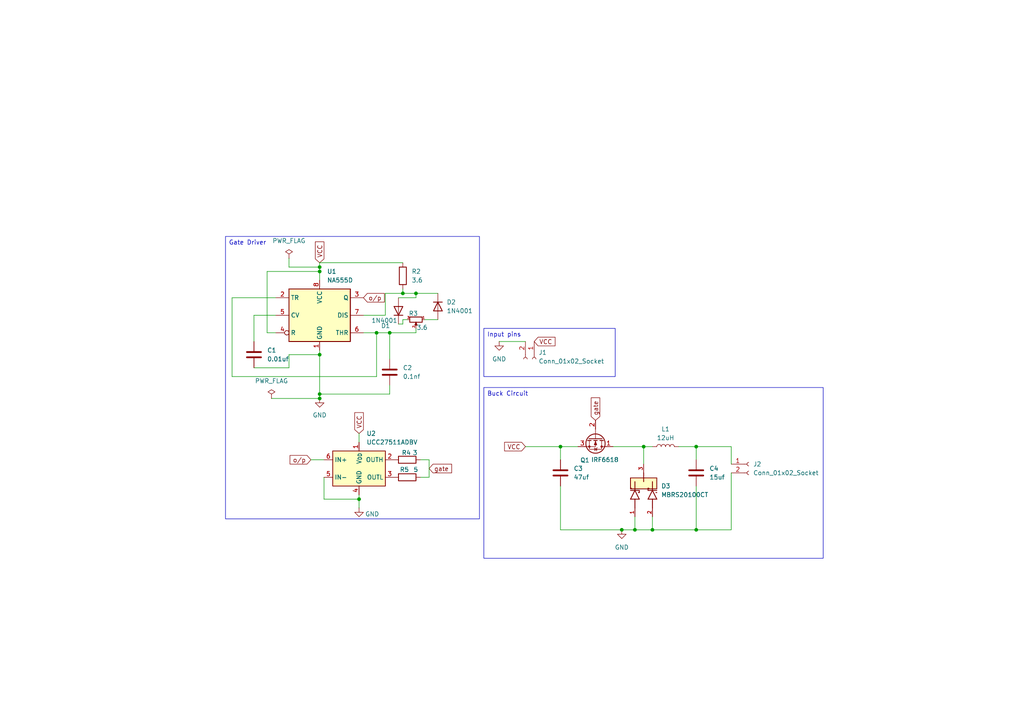
<source format=kicad_sch>
(kicad_sch
	(version 20250114)
	(generator "eeschema")
	(generator_version "9.0")
	(uuid "cb425ec6-2b53-4cad-979a-24effaa82c72")
	(paper "A4")
	(title_block
		(title "Buck converter")
	)
	(lib_symbols
		(symbol "Connector:Conn_01x02_Socket"
			(pin_names
				(offset 1.016)
				(hide yes)
			)
			(exclude_from_sim no)
			(in_bom yes)
			(on_board yes)
			(property "Reference" "J"
				(at 0 2.54 0)
				(effects
					(font
						(size 1.27 1.27)
					)
				)
			)
			(property "Value" "Conn_01x02_Socket"
				(at 0 -5.08 0)
				(effects
					(font
						(size 1.27 1.27)
					)
				)
			)
			(property "Footprint" ""
				(at 0 0 0)
				(effects
					(font
						(size 1.27 1.27)
					)
					(hide yes)
				)
			)
			(property "Datasheet" "~"
				(at 0 0 0)
				(effects
					(font
						(size 1.27 1.27)
					)
					(hide yes)
				)
			)
			(property "Description" "Generic connector, single row, 01x02, script generated"
				(at 0 0 0)
				(effects
					(font
						(size 1.27 1.27)
					)
					(hide yes)
				)
			)
			(property "ki_locked" ""
				(at 0 0 0)
				(effects
					(font
						(size 1.27 1.27)
					)
				)
			)
			(property "ki_keywords" "connector"
				(at 0 0 0)
				(effects
					(font
						(size 1.27 1.27)
					)
					(hide yes)
				)
			)
			(property "ki_fp_filters" "Connector*:*_1x??_*"
				(at 0 0 0)
				(effects
					(font
						(size 1.27 1.27)
					)
					(hide yes)
				)
			)
			(symbol "Conn_01x02_Socket_1_1"
				(polyline
					(pts
						(xy -1.27 0) (xy -0.508 0)
					)
					(stroke
						(width 0.1524)
						(type default)
					)
					(fill
						(type none)
					)
				)
				(polyline
					(pts
						(xy -1.27 -2.54) (xy -0.508 -2.54)
					)
					(stroke
						(width 0.1524)
						(type default)
					)
					(fill
						(type none)
					)
				)
				(arc
					(start 0 -0.508)
					(mid -0.5058 0)
					(end 0 0.508)
					(stroke
						(width 0.1524)
						(type default)
					)
					(fill
						(type none)
					)
				)
				(arc
					(start 0 -3.048)
					(mid -0.5058 -2.54)
					(end 0 -2.032)
					(stroke
						(width 0.1524)
						(type default)
					)
					(fill
						(type none)
					)
				)
				(pin passive line
					(at -5.08 0 0)
					(length 3.81)
					(name "Pin_1"
						(effects
							(font
								(size 1.27 1.27)
							)
						)
					)
					(number "1"
						(effects
							(font
								(size 1.27 1.27)
							)
						)
					)
				)
				(pin passive line
					(at -5.08 -2.54 0)
					(length 3.81)
					(name "Pin_2"
						(effects
							(font
								(size 1.27 1.27)
							)
						)
					)
					(number "2"
						(effects
							(font
								(size 1.27 1.27)
							)
						)
					)
				)
			)
			(embedded_fonts no)
		)
		(symbol "Device:C"
			(pin_numbers
				(hide yes)
			)
			(pin_names
				(offset 0.254)
			)
			(exclude_from_sim no)
			(in_bom yes)
			(on_board yes)
			(property "Reference" "C"
				(at 0.635 2.54 0)
				(effects
					(font
						(size 1.27 1.27)
					)
					(justify left)
				)
			)
			(property "Value" "C"
				(at 0.635 -2.54 0)
				(effects
					(font
						(size 1.27 1.27)
					)
					(justify left)
				)
			)
			(property "Footprint" ""
				(at 0.9652 -3.81 0)
				(effects
					(font
						(size 1.27 1.27)
					)
					(hide yes)
				)
			)
			(property "Datasheet" "~"
				(at 0 0 0)
				(effects
					(font
						(size 1.27 1.27)
					)
					(hide yes)
				)
			)
			(property "Description" "Unpolarized capacitor"
				(at 0 0 0)
				(effects
					(font
						(size 1.27 1.27)
					)
					(hide yes)
				)
			)
			(property "ki_keywords" "cap capacitor"
				(at 0 0 0)
				(effects
					(font
						(size 1.27 1.27)
					)
					(hide yes)
				)
			)
			(property "ki_fp_filters" "C_*"
				(at 0 0 0)
				(effects
					(font
						(size 1.27 1.27)
					)
					(hide yes)
				)
			)
			(symbol "C_0_1"
				(polyline
					(pts
						(xy -2.032 0.762) (xy 2.032 0.762)
					)
					(stroke
						(width 0.508)
						(type default)
					)
					(fill
						(type none)
					)
				)
				(polyline
					(pts
						(xy -2.032 -0.762) (xy 2.032 -0.762)
					)
					(stroke
						(width 0.508)
						(type default)
					)
					(fill
						(type none)
					)
				)
			)
			(symbol "C_1_1"
				(pin passive line
					(at 0 3.81 270)
					(length 2.794)
					(name "~"
						(effects
							(font
								(size 1.27 1.27)
							)
						)
					)
					(number "1"
						(effects
							(font
								(size 1.27 1.27)
							)
						)
					)
				)
				(pin passive line
					(at 0 -3.81 90)
					(length 2.794)
					(name "~"
						(effects
							(font
								(size 1.27 1.27)
							)
						)
					)
					(number "2"
						(effects
							(font
								(size 1.27 1.27)
							)
						)
					)
				)
			)
			(embedded_fonts no)
		)
		(symbol "Device:L"
			(pin_numbers
				(hide yes)
			)
			(pin_names
				(offset 1.016)
				(hide yes)
			)
			(exclude_from_sim no)
			(in_bom yes)
			(on_board yes)
			(property "Reference" "L"
				(at -1.27 0 90)
				(effects
					(font
						(size 1.27 1.27)
					)
				)
			)
			(property "Value" "L"
				(at 1.905 0 90)
				(effects
					(font
						(size 1.27 1.27)
					)
				)
			)
			(property "Footprint" ""
				(at 0 0 0)
				(effects
					(font
						(size 1.27 1.27)
					)
					(hide yes)
				)
			)
			(property "Datasheet" "~"
				(at 0 0 0)
				(effects
					(font
						(size 1.27 1.27)
					)
					(hide yes)
				)
			)
			(property "Description" "Inductor"
				(at 0 0 0)
				(effects
					(font
						(size 1.27 1.27)
					)
					(hide yes)
				)
			)
			(property "ki_keywords" "inductor choke coil reactor magnetic"
				(at 0 0 0)
				(effects
					(font
						(size 1.27 1.27)
					)
					(hide yes)
				)
			)
			(property "ki_fp_filters" "Choke_* *Coil* Inductor_* L_*"
				(at 0 0 0)
				(effects
					(font
						(size 1.27 1.27)
					)
					(hide yes)
				)
			)
			(symbol "L_0_1"
				(arc
					(start 0 2.54)
					(mid 0.6323 1.905)
					(end 0 1.27)
					(stroke
						(width 0)
						(type default)
					)
					(fill
						(type none)
					)
				)
				(arc
					(start 0 1.27)
					(mid 0.6323 0.635)
					(end 0 0)
					(stroke
						(width 0)
						(type default)
					)
					(fill
						(type none)
					)
				)
				(arc
					(start 0 0)
					(mid 0.6323 -0.635)
					(end 0 -1.27)
					(stroke
						(width 0)
						(type default)
					)
					(fill
						(type none)
					)
				)
				(arc
					(start 0 -1.27)
					(mid 0.6323 -1.905)
					(end 0 -2.54)
					(stroke
						(width 0)
						(type default)
					)
					(fill
						(type none)
					)
				)
			)
			(symbol "L_1_1"
				(pin passive line
					(at 0 3.81 270)
					(length 1.27)
					(name "1"
						(effects
							(font
								(size 1.27 1.27)
							)
						)
					)
					(number "1"
						(effects
							(font
								(size 1.27 1.27)
							)
						)
					)
				)
				(pin passive line
					(at 0 -3.81 90)
					(length 1.27)
					(name "2"
						(effects
							(font
								(size 1.27 1.27)
							)
						)
					)
					(number "2"
						(effects
							(font
								(size 1.27 1.27)
							)
						)
					)
				)
			)
			(embedded_fonts no)
		)
		(symbol "Device:R"
			(pin_numbers
				(hide yes)
			)
			(pin_names
				(offset 0)
			)
			(exclude_from_sim no)
			(in_bom yes)
			(on_board yes)
			(property "Reference" "R"
				(at 2.032 0 90)
				(effects
					(font
						(size 1.27 1.27)
					)
				)
			)
			(property "Value" "R"
				(at 0 0 90)
				(effects
					(font
						(size 1.27 1.27)
					)
				)
			)
			(property "Footprint" ""
				(at -1.778 0 90)
				(effects
					(font
						(size 1.27 1.27)
					)
					(hide yes)
				)
			)
			(property "Datasheet" "~"
				(at 0 0 0)
				(effects
					(font
						(size 1.27 1.27)
					)
					(hide yes)
				)
			)
			(property "Description" "Resistor"
				(at 0 0 0)
				(effects
					(font
						(size 1.27 1.27)
					)
					(hide yes)
				)
			)
			(property "ki_keywords" "R res resistor"
				(at 0 0 0)
				(effects
					(font
						(size 1.27 1.27)
					)
					(hide yes)
				)
			)
			(property "ki_fp_filters" "R_*"
				(at 0 0 0)
				(effects
					(font
						(size 1.27 1.27)
					)
					(hide yes)
				)
			)
			(symbol "R_0_1"
				(rectangle
					(start -1.016 -2.54)
					(end 1.016 2.54)
					(stroke
						(width 0.254)
						(type default)
					)
					(fill
						(type none)
					)
				)
			)
			(symbol "R_1_1"
				(pin passive line
					(at 0 3.81 270)
					(length 1.27)
					(name "~"
						(effects
							(font
								(size 1.27 1.27)
							)
						)
					)
					(number "1"
						(effects
							(font
								(size 1.27 1.27)
							)
						)
					)
				)
				(pin passive line
					(at 0 -3.81 90)
					(length 1.27)
					(name "~"
						(effects
							(font
								(size 1.27 1.27)
							)
						)
					)
					(number "2"
						(effects
							(font
								(size 1.27 1.27)
							)
						)
					)
				)
			)
			(embedded_fonts no)
		)
		(symbol "Device:R_Potentiometer_Small"
			(pin_names
				(offset 1.016)
				(hide yes)
			)
			(exclude_from_sim no)
			(in_bom yes)
			(on_board yes)
			(property "Reference" "RV"
				(at -4.445 0 90)
				(effects
					(font
						(size 1.27 1.27)
					)
				)
			)
			(property "Value" "R_Potentiometer_Small"
				(at -2.54 0 90)
				(effects
					(font
						(size 1.27 1.27)
					)
				)
			)
			(property "Footprint" ""
				(at 0 0 0)
				(effects
					(font
						(size 1.27 1.27)
					)
					(hide yes)
				)
			)
			(property "Datasheet" "~"
				(at 0 0 0)
				(effects
					(font
						(size 1.27 1.27)
					)
					(hide yes)
				)
			)
			(property "Description" "Potentiometer"
				(at 0 0 0)
				(effects
					(font
						(size 1.27 1.27)
					)
					(hide yes)
				)
			)
			(property "ki_keywords" "resistor variable"
				(at 0 0 0)
				(effects
					(font
						(size 1.27 1.27)
					)
					(hide yes)
				)
			)
			(property "ki_fp_filters" "Potentiometer*"
				(at 0 0 0)
				(effects
					(font
						(size 1.27 1.27)
					)
					(hide yes)
				)
			)
			(symbol "R_Potentiometer_Small_0_1"
				(rectangle
					(start 0.762 1.8034)
					(end -0.762 -1.8034)
					(stroke
						(width 0.254)
						(type default)
					)
					(fill
						(type none)
					)
				)
				(polyline
					(pts
						(xy 0.889 0) (xy 0.635 0) (xy 1.651 0.381) (xy 1.651 -0.381) (xy 0.635 0) (xy 0.889 0)
					)
					(stroke
						(width 0)
						(type default)
					)
					(fill
						(type outline)
					)
				)
			)
			(symbol "R_Potentiometer_Small_1_1"
				(pin passive line
					(at 0 2.54 270)
					(length 0.635)
					(name "1"
						(effects
							(font
								(size 0.635 0.635)
							)
						)
					)
					(number "1"
						(effects
							(font
								(size 0.635 0.635)
							)
						)
					)
				)
				(pin passive line
					(at 0 -2.54 90)
					(length 0.635)
					(name "3"
						(effects
							(font
								(size 0.635 0.635)
							)
						)
					)
					(number "3"
						(effects
							(font
								(size 0.635 0.635)
							)
						)
					)
				)
				(pin passive line
					(at 2.54 0 180)
					(length 0.9906)
					(name "2"
						(effects
							(font
								(size 0.635 0.635)
							)
						)
					)
					(number "2"
						(effects
							(font
								(size 0.635 0.635)
							)
						)
					)
				)
			)
			(embedded_fonts no)
		)
		(symbol "Diode:1N4001"
			(pin_numbers
				(hide yes)
			)
			(pin_names
				(hide yes)
			)
			(exclude_from_sim no)
			(in_bom yes)
			(on_board yes)
			(property "Reference" "D"
				(at 0 2.54 0)
				(effects
					(font
						(size 1.27 1.27)
					)
				)
			)
			(property "Value" "1N4001"
				(at 0 -2.54 0)
				(effects
					(font
						(size 1.27 1.27)
					)
				)
			)
			(property "Footprint" "Diode_THT:D_DO-41_SOD81_P10.16mm_Horizontal"
				(at 0 0 0)
				(effects
					(font
						(size 1.27 1.27)
					)
					(hide yes)
				)
			)
			(property "Datasheet" "http://www.vishay.com/docs/88503/1n4001.pdf"
				(at 0 0 0)
				(effects
					(font
						(size 1.27 1.27)
					)
					(hide yes)
				)
			)
			(property "Description" "50V 1A General Purpose Rectifier Diode, DO-41"
				(at 0 0 0)
				(effects
					(font
						(size 1.27 1.27)
					)
					(hide yes)
				)
			)
			(property "Sim.Device" "D"
				(at 0 0 0)
				(effects
					(font
						(size 1.27 1.27)
					)
					(hide yes)
				)
			)
			(property "Sim.Pins" "1=K 2=A"
				(at 0 0 0)
				(effects
					(font
						(size 1.27 1.27)
					)
					(hide yes)
				)
			)
			(property "ki_keywords" "diode"
				(at 0 0 0)
				(effects
					(font
						(size 1.27 1.27)
					)
					(hide yes)
				)
			)
			(property "ki_fp_filters" "D*DO?41*"
				(at 0 0 0)
				(effects
					(font
						(size 1.27 1.27)
					)
					(hide yes)
				)
			)
			(symbol "1N4001_0_1"
				(polyline
					(pts
						(xy -1.27 1.27) (xy -1.27 -1.27)
					)
					(stroke
						(width 0.254)
						(type default)
					)
					(fill
						(type none)
					)
				)
				(polyline
					(pts
						(xy 1.27 1.27) (xy 1.27 -1.27) (xy -1.27 0) (xy 1.27 1.27)
					)
					(stroke
						(width 0.254)
						(type default)
					)
					(fill
						(type none)
					)
				)
				(polyline
					(pts
						(xy 1.27 0) (xy -1.27 0)
					)
					(stroke
						(width 0)
						(type default)
					)
					(fill
						(type none)
					)
				)
			)
			(symbol "1N4001_1_1"
				(pin passive line
					(at -3.81 0 0)
					(length 2.54)
					(name "K"
						(effects
							(font
								(size 1.27 1.27)
							)
						)
					)
					(number "1"
						(effects
							(font
								(size 1.27 1.27)
							)
						)
					)
				)
				(pin passive line
					(at 3.81 0 180)
					(length 2.54)
					(name "A"
						(effects
							(font
								(size 1.27 1.27)
							)
						)
					)
					(number "2"
						(effects
							(font
								(size 1.27 1.27)
							)
						)
					)
				)
			)
			(embedded_fonts no)
		)
		(symbol "Driver_FET:UCC27511ADBV"
			(exclude_from_sim no)
			(in_bom yes)
			(on_board yes)
			(property "Reference" "U"
				(at 5.08 6.35 0)
				(effects
					(font
						(size 1.27 1.27)
					)
				)
			)
			(property "Value" "UCC27511ADBV"
				(at 8.89 -6.35 0)
				(effects
					(font
						(size 1.27 1.27)
					)
				)
			)
			(property "Footprint" "Package_TO_SOT_SMD:SOT-23-6"
				(at 0 -12.065 0)
				(effects
					(font
						(size 1.27 1.27)
					)
					(hide yes)
				)
			)
			(property "Datasheet" "https://www.ti.com/lit/ds/symlink/ucc27511a.pdf"
				(at 0 19.05 0)
				(effects
					(font
						(size 1.27 1.27)
					)
					(hide yes)
				)
			)
			(property "Description" "Single-Channel High-Speed Low-Side Gate Driver With 4-A Peak Source and 8-A Peak Sink, SOT-23-6"
				(at 0 0 0)
				(effects
					(font
						(size 1.27 1.27)
					)
					(hide yes)
				)
			)
			(property "ki_keywords" "single channel low side gate drive dual input split output"
				(at 0 0 0)
				(effects
					(font
						(size 1.27 1.27)
					)
					(hide yes)
				)
			)
			(property "ki_fp_filters" "SOT?23*"
				(at 0 0 0)
				(effects
					(font
						(size 1.27 1.27)
					)
					(hide yes)
				)
			)
			(symbol "UCC27511ADBV_0_1"
				(rectangle
					(start -7.62 5.08)
					(end 7.62 -5.08)
					(stroke
						(width 0.254)
						(type default)
					)
					(fill
						(type background)
					)
				)
			)
			(symbol "UCC27511ADBV_1_1"
				(pin input line
					(at -10.16 2.54 0)
					(length 2.54)
					(name "IN+"
						(effects
							(font
								(size 1.27 1.27)
							)
						)
					)
					(number "6"
						(effects
							(font
								(size 1.27 1.27)
							)
						)
					)
				)
				(pin input line
					(at -10.16 -2.54 0)
					(length 2.54)
					(name "IN-"
						(effects
							(font
								(size 1.27 1.27)
							)
						)
					)
					(number "5"
						(effects
							(font
								(size 1.27 1.27)
							)
						)
					)
				)
				(pin power_in line
					(at 0 7.62 270)
					(length 2.54)
					(name "V_{DD}"
						(effects
							(font
								(size 1.27 1.27)
							)
						)
					)
					(number "1"
						(effects
							(font
								(size 1.27 1.27)
							)
						)
					)
				)
				(pin power_in line
					(at 0 -7.62 90)
					(length 2.54)
					(name "GND"
						(effects
							(font
								(size 1.27 1.27)
							)
						)
					)
					(number "4"
						(effects
							(font
								(size 1.27 1.27)
							)
						)
					)
				)
				(pin output line
					(at 10.16 2.54 180)
					(length 2.54)
					(name "OUTH"
						(effects
							(font
								(size 1.27 1.27)
							)
						)
					)
					(number "2"
						(effects
							(font
								(size 1.27 1.27)
							)
						)
					)
				)
				(pin output line
					(at 10.16 -2.54 180)
					(length 2.54)
					(name "OUTL"
						(effects
							(font
								(size 1.27 1.27)
							)
						)
					)
					(number "3"
						(effects
							(font
								(size 1.27 1.27)
							)
						)
					)
				)
			)
			(embedded_fonts no)
		)
		(symbol "MBRS20100CT:MBRS20100CT"
			(pin_names
				(offset 1.016)
			)
			(exclude_from_sim no)
			(in_bom yes)
			(on_board yes)
			(property "Reference" "D"
				(at -5.08 5.08 0)
				(effects
					(font
						(size 1.27 1.27)
					)
					(justify left bottom)
				)
			)
			(property "Value" "MBRS20100CT"
				(at -5.08 -5.08 0)
				(effects
					(font
						(size 1.27 1.27)
					)
					(justify left top)
				)
			)
			(property "Footprint" "MBRS20100CT:DIO_MBRS20100CT"
				(at 0 0 0)
				(effects
					(font
						(size 1.27 1.27)
					)
					(justify bottom)
					(hide yes)
				)
			)
			(property "Datasheet" ""
				(at 0 0 0)
				(effects
					(font
						(size 1.27 1.27)
					)
					(hide yes)
				)
			)
			(property "Description" ""
				(at 0 0 0)
				(effects
					(font
						(size 1.27 1.27)
					)
					(hide yes)
				)
			)
			(property "MF" "Taiwan Semiconductor"
				(at 0 0 0)
				(effects
					(font
						(size 1.27 1.27)
					)
					(justify bottom)
					(hide yes)
				)
			)
			(property "MAXIMUM_PACKAGE_HEIGHT" "4.70mm"
				(at 0 0 0)
				(effects
					(font
						(size 1.27 1.27)
					)
					(justify bottom)
					(hide yes)
				)
			)
			(property "Package" "D2PAK-3 Taiwan Semiconductor"
				(at 0 0 0)
				(effects
					(font
						(size 1.27 1.27)
					)
					(justify bottom)
					(hide yes)
				)
			)
			(property "Price" "None"
				(at 0 0 0)
				(effects
					(font
						(size 1.27 1.27)
					)
					(justify bottom)
					(hide yes)
				)
			)
			(property "Check_prices" "https://www.snapeda.com/parts/MBRS20100CT/taiwan/view-part/?ref=eda"
				(at 0 0 0)
				(effects
					(font
						(size 1.27 1.27)
					)
					(justify bottom)
					(hide yes)
				)
			)
			(property "STANDARD" "Manufacturer Recommendations"
				(at 0 0 0)
				(effects
					(font
						(size 1.27 1.27)
					)
					(justify bottom)
					(hide yes)
				)
			)
			(property "PARTREV" "M2103"
				(at 0 0 0)
				(effects
					(font
						(size 1.27 1.27)
					)
					(justify bottom)
					(hide yes)
				)
			)
			(property "SnapEDA_Link" "https://www.snapeda.com/parts/MBRS20100CT/taiwan/view-part/?ref=snap"
				(at 0 0 0)
				(effects
					(font
						(size 1.27 1.27)
					)
					(justify bottom)
					(hide yes)
				)
			)
			(property "MP" "MBRS20100CT"
				(at 0 0 0)
				(effects
					(font
						(size 1.27 1.27)
					)
					(justify bottom)
					(hide yes)
				)
			)
			(property "Description_1" "20A, 100V, Planar Schottky"
				(at 0 0 0)
				(effects
					(font
						(size 1.27 1.27)
					)
					(justify bottom)
					(hide yes)
				)
			)
			(property "Availability" "In Stock"
				(at 0 0 0)
				(effects
					(font
						(size 1.27 1.27)
					)
					(justify bottom)
					(hide yes)
				)
			)
			(property "MANUFACTURER" "Taiwan Semiconductor"
				(at 0 0 0)
				(effects
					(font
						(size 1.27 1.27)
					)
					(justify bottom)
					(hide yes)
				)
			)
			(symbol "MBRS20100CT_0_0"
				(polyline
					(pts
						(xy -5.08 2.54) (xy -2.54 2.54)
					)
					(stroke
						(width 0.254)
						(type default)
					)
					(fill
						(type none)
					)
				)
				(polyline
					(pts
						(xy -5.08 -2.54) (xy -2.54 -2.54)
					)
					(stroke
						(width 0.254)
						(type default)
					)
					(fill
						(type none)
					)
				)
				(polyline
					(pts
						(xy -2.54 3.81) (xy -2.54 2.54)
					)
					(stroke
						(width 0.254)
						(type default)
					)
					(fill
						(type none)
					)
				)
				(polyline
					(pts
						(xy -2.54 2.54) (xy -2.54 1.27)
					)
					(stroke
						(width 0.254)
						(type default)
					)
					(fill
						(type none)
					)
				)
				(polyline
					(pts
						(xy -2.54 1.27) (xy 0 2.54)
					)
					(stroke
						(width 0.254)
						(type default)
					)
					(fill
						(type none)
					)
				)
				(polyline
					(pts
						(xy -2.54 -1.27) (xy -2.54 -2.54)
					)
					(stroke
						(width 0.254)
						(type default)
					)
					(fill
						(type none)
					)
				)
				(polyline
					(pts
						(xy -2.54 -2.54) (xy -2.54 -3.81)
					)
					(stroke
						(width 0.254)
						(type default)
					)
					(fill
						(type none)
					)
				)
				(polyline
					(pts
						(xy -2.54 -3.81) (xy 0 -2.54)
					)
					(stroke
						(width 0.254)
						(type default)
					)
					(fill
						(type none)
					)
				)
				(polyline
					(pts
						(xy -0.635 1.524) (xy -0.635 1.27)
					)
					(stroke
						(width 0.254)
						(type default)
					)
					(fill
						(type none)
					)
				)
				(polyline
					(pts
						(xy -0.635 -3.556) (xy -0.635 -3.81)
					)
					(stroke
						(width 0.254)
						(type default)
					)
					(fill
						(type none)
					)
				)
				(polyline
					(pts
						(xy 0 3.81) (xy 0 2.54)
					)
					(stroke
						(width 0.254)
						(type default)
					)
					(fill
						(type none)
					)
				)
				(polyline
					(pts
						(xy 0 2.54) (xy -2.54 3.81)
					)
					(stroke
						(width 0.254)
						(type default)
					)
					(fill
						(type none)
					)
				)
				(polyline
					(pts
						(xy 0 2.54) (xy 0 1.27)
					)
					(stroke
						(width 0.254)
						(type default)
					)
					(fill
						(type none)
					)
				)
				(polyline
					(pts
						(xy 0 1.27) (xy -0.635 1.27)
					)
					(stroke
						(width 0.254)
						(type default)
					)
					(fill
						(type none)
					)
				)
				(polyline
					(pts
						(xy 0 -1.27) (xy 0 -2.54)
					)
					(stroke
						(width 0.254)
						(type default)
					)
					(fill
						(type none)
					)
				)
				(polyline
					(pts
						(xy 0 -2.54) (xy -2.54 -1.27)
					)
					(stroke
						(width 0.254)
						(type default)
					)
					(fill
						(type none)
					)
				)
				(polyline
					(pts
						(xy 0 -2.54) (xy 0 -3.81)
					)
					(stroke
						(width 0.254)
						(type default)
					)
					(fill
						(type none)
					)
				)
				(rectangle
					(start 0.4445 -3.81)
					(end 3.6195 3.81)
					(stroke
						(width 0.254)
						(type default)
					)
					(fill
						(type background)
					)
				)
				(polyline
					(pts
						(xy 0.635 3.81) (xy 0.635 3.556)
					)
					(stroke
						(width 0.254)
						(type default)
					)
					(fill
						(type none)
					)
				)
				(polyline
					(pts
						(xy 0.635 -1.27) (xy 0 -1.27)
					)
					(stroke
						(width 0.254)
						(type default)
					)
					(fill
						(type none)
					)
				)
				(polyline
					(pts
						(xy 0.635 -1.27) (xy 0.635 -1.524)
					)
					(stroke
						(width 0.254)
						(type default)
					)
					(fill
						(type none)
					)
				)
				(polyline
					(pts
						(xy 2.54 2.54) (xy 0 2.54)
					)
					(stroke
						(width 0.254)
						(type default)
					)
					(fill
						(type none)
					)
				)
				(polyline
					(pts
						(xy 2.54 0) (xy 5.08 0)
					)
					(stroke
						(width 0.254)
						(type default)
					)
					(fill
						(type none)
					)
				)
				(polyline
					(pts
						(xy 2.54 -2.54) (xy 0 -2.54)
					)
					(stroke
						(width 0.254)
						(type default)
					)
					(fill
						(type none)
					)
				)
				(pin passive line
					(at -7.62 2.54 0)
					(length 2.54)
					(name "~"
						(effects
							(font
								(size 1.016 1.016)
							)
						)
					)
					(number "1"
						(effects
							(font
								(size 1.016 1.016)
							)
						)
					)
				)
				(pin passive line
					(at -7.62 -2.54 0)
					(length 2.54)
					(name "~"
						(effects
							(font
								(size 1.016 1.016)
							)
						)
					)
					(number "2"
						(effects
							(font
								(size 1.016 1.016)
							)
						)
					)
				)
				(pin passive line
					(at 7.62 0 180)
					(length 2.54)
					(name "~"
						(effects
							(font
								(size 1.016 1.016)
							)
						)
					)
					(number "3"
						(effects
							(font
								(size 1.016 1.016)
							)
						)
					)
				)
			)
			(embedded_fonts no)
		)
		(symbol "Timer:NA555D"
			(exclude_from_sim no)
			(in_bom yes)
			(on_board yes)
			(property "Reference" "U"
				(at -10.16 8.89 0)
				(effects
					(font
						(size 1.27 1.27)
					)
					(justify left)
				)
			)
			(property "Value" "NA555D"
				(at 2.54 8.89 0)
				(effects
					(font
						(size 1.27 1.27)
					)
					(justify left)
				)
			)
			(property "Footprint" "Package_SO:SOIC-8_3.9x4.9mm_P1.27mm"
				(at 21.59 -10.16 0)
				(effects
					(font
						(size 1.27 1.27)
					)
					(hide yes)
				)
			)
			(property "Datasheet" "http://www.ti.com/lit/ds/symlink/ne555.pdf"
				(at 21.59 -10.16 0)
				(effects
					(font
						(size 1.27 1.27)
					)
					(hide yes)
				)
			)
			(property "Description" "Precision Timers, 555 compatible, SOIC-8"
				(at 0 0 0)
				(effects
					(font
						(size 1.27 1.27)
					)
					(hide yes)
				)
			)
			(property "ki_keywords" "single timer 555"
				(at 0 0 0)
				(effects
					(font
						(size 1.27 1.27)
					)
					(hide yes)
				)
			)
			(property "ki_fp_filters" "SOIC*3.9x4.9mm*P1.27mm*"
				(at 0 0 0)
				(effects
					(font
						(size 1.27 1.27)
					)
					(hide yes)
				)
			)
			(symbol "NA555D_0_0"
				(pin power_in line
					(at 0 10.16 270)
					(length 2.54)
					(name "VCC"
						(effects
							(font
								(size 1.27 1.27)
							)
						)
					)
					(number "8"
						(effects
							(font
								(size 1.27 1.27)
							)
						)
					)
				)
				(pin power_in line
					(at 0 -10.16 90)
					(length 2.54)
					(name "GND"
						(effects
							(font
								(size 1.27 1.27)
							)
						)
					)
					(number "1"
						(effects
							(font
								(size 1.27 1.27)
							)
						)
					)
				)
			)
			(symbol "NA555D_0_1"
				(rectangle
					(start -8.89 -7.62)
					(end 8.89 7.62)
					(stroke
						(width 0.254)
						(type default)
					)
					(fill
						(type background)
					)
				)
				(rectangle
					(start -8.89 -7.62)
					(end 8.89 7.62)
					(stroke
						(width 0.254)
						(type default)
					)
					(fill
						(type background)
					)
				)
			)
			(symbol "NA555D_1_1"
				(pin input line
					(at -12.7 5.08 0)
					(length 3.81)
					(name "TR"
						(effects
							(font
								(size 1.27 1.27)
							)
						)
					)
					(number "2"
						(effects
							(font
								(size 1.27 1.27)
							)
						)
					)
				)
				(pin input line
					(at -12.7 0 0)
					(length 3.81)
					(name "CV"
						(effects
							(font
								(size 1.27 1.27)
							)
						)
					)
					(number "5"
						(effects
							(font
								(size 1.27 1.27)
							)
						)
					)
				)
				(pin input inverted
					(at -12.7 -5.08 0)
					(length 3.81)
					(name "R"
						(effects
							(font
								(size 1.27 1.27)
							)
						)
					)
					(number "4"
						(effects
							(font
								(size 1.27 1.27)
							)
						)
					)
				)
				(pin output line
					(at 12.7 5.08 180)
					(length 3.81)
					(name "Q"
						(effects
							(font
								(size 1.27 1.27)
							)
						)
					)
					(number "3"
						(effects
							(font
								(size 1.27 1.27)
							)
						)
					)
				)
				(pin input line
					(at 12.7 0 180)
					(length 3.81)
					(name "DIS"
						(effects
							(font
								(size 1.27 1.27)
							)
						)
					)
					(number "7"
						(effects
							(font
								(size 1.27 1.27)
							)
						)
					)
				)
				(pin input line
					(at 12.7 -5.08 180)
					(length 3.81)
					(name "THR"
						(effects
							(font
								(size 1.27 1.27)
							)
						)
					)
					(number "6"
						(effects
							(font
								(size 1.27 1.27)
							)
						)
					)
				)
			)
			(embedded_fonts no)
		)
		(symbol "Transistor_FET:IRF6618"
			(pin_names
				(hide yes)
			)
			(exclude_from_sim no)
			(in_bom yes)
			(on_board yes)
			(property "Reference" "Q"
				(at 5.08 1.905 0)
				(effects
					(font
						(size 1.27 1.27)
					)
					(justify left)
				)
			)
			(property "Value" "IRF6618"
				(at 5.08 0 0)
				(effects
					(font
						(size 1.27 1.27)
					)
					(justify left)
				)
			)
			(property "Footprint" "Package_DirectFET:DirectFET_MT"
				(at 5.08 -1.905 0)
				(effects
					(font
						(size 1.27 1.27)
						(italic yes)
					)
					(justify left)
					(hide yes)
				)
			)
			(property "Datasheet" "https://www.infineon.com/dgdl/irf6618pbf.pdf?fileId=5546d462533600a4015355e862c21a1b"
				(at 5.08 -3.81 0)
				(effects
					(font
						(size 1.27 1.27)
					)
					(justify left)
					(hide yes)
				)
			)
			(property "Description" "170A Id, 30V Vds, 2.2mOhm Rds, N-Channel MOSFET, DirectFET MT"
				(at 0 0 0)
				(effects
					(font
						(size 1.27 1.27)
					)
					(hide yes)
				)
			)
			(property "ki_keywords" "N-Channel MOSFET"
				(at 0 0 0)
				(effects
					(font
						(size 1.27 1.27)
					)
					(hide yes)
				)
			)
			(property "ki_fp_filters" "DirectFET*MT*"
				(at 0 0 0)
				(effects
					(font
						(size 1.27 1.27)
					)
					(hide yes)
				)
			)
			(symbol "IRF6618_0_1"
				(polyline
					(pts
						(xy 0.254 1.905) (xy 0.254 -1.905)
					)
					(stroke
						(width 0.254)
						(type default)
					)
					(fill
						(type none)
					)
				)
				(polyline
					(pts
						(xy 0.254 0) (xy -2.54 0)
					)
					(stroke
						(width 0)
						(type default)
					)
					(fill
						(type none)
					)
				)
				(polyline
					(pts
						(xy 0.762 2.286) (xy 0.762 1.27)
					)
					(stroke
						(width 0.254)
						(type default)
					)
					(fill
						(type none)
					)
				)
				(polyline
					(pts
						(xy 0.762 0.508) (xy 0.762 -0.508)
					)
					(stroke
						(width 0.254)
						(type default)
					)
					(fill
						(type none)
					)
				)
				(polyline
					(pts
						(xy 0.762 -1.27) (xy 0.762 -2.286)
					)
					(stroke
						(width 0.254)
						(type default)
					)
					(fill
						(type none)
					)
				)
				(polyline
					(pts
						(xy 0.762 -1.778) (xy 3.302 -1.778) (xy 3.302 1.778) (xy 0.762 1.778)
					)
					(stroke
						(width 0)
						(type default)
					)
					(fill
						(type none)
					)
				)
				(polyline
					(pts
						(xy 1.016 0) (xy 2.032 0.381) (xy 2.032 -0.381) (xy 1.016 0)
					)
					(stroke
						(width 0)
						(type default)
					)
					(fill
						(type outline)
					)
				)
				(circle
					(center 1.651 0)
					(radius 2.794)
					(stroke
						(width 0.254)
						(type default)
					)
					(fill
						(type none)
					)
				)
				(polyline
					(pts
						(xy 2.54 2.54) (xy 2.54 1.778)
					)
					(stroke
						(width 0)
						(type default)
					)
					(fill
						(type none)
					)
				)
				(circle
					(center 2.54 1.778)
					(radius 0.254)
					(stroke
						(width 0)
						(type default)
					)
					(fill
						(type outline)
					)
				)
				(circle
					(center 2.54 -1.778)
					(radius 0.254)
					(stroke
						(width 0)
						(type default)
					)
					(fill
						(type outline)
					)
				)
				(polyline
					(pts
						(xy 2.54 -2.54) (xy 2.54 0) (xy 0.762 0)
					)
					(stroke
						(width 0)
						(type default)
					)
					(fill
						(type none)
					)
				)
				(polyline
					(pts
						(xy 2.794 0.508) (xy 2.921 0.381) (xy 3.683 0.381) (xy 3.81 0.254)
					)
					(stroke
						(width 0)
						(type default)
					)
					(fill
						(type none)
					)
				)
				(polyline
					(pts
						(xy 3.302 0.381) (xy 2.921 -0.254) (xy 3.683 -0.254) (xy 3.302 0.381)
					)
					(stroke
						(width 0)
						(type default)
					)
					(fill
						(type none)
					)
				)
			)
			(symbol "IRF6618_1_1"
				(pin input line
					(at -5.08 0 0)
					(length 2.54)
					(name "G"
						(effects
							(font
								(size 1.27 1.27)
							)
						)
					)
					(number "2"
						(effects
							(font
								(size 1.27 1.27)
							)
						)
					)
				)
				(pin passive line
					(at 2.54 5.08 270)
					(length 2.54)
					(name "D"
						(effects
							(font
								(size 1.27 1.27)
							)
						)
					)
					(number "1"
						(effects
							(font
								(size 1.27 1.27)
							)
						)
					)
				)
				(pin passive line
					(at 2.54 -5.08 90)
					(length 2.54)
					(name "S"
						(effects
							(font
								(size 1.27 1.27)
							)
						)
					)
					(number "3"
						(effects
							(font
								(size 1.27 1.27)
							)
						)
					)
				)
			)
			(embedded_fonts no)
		)
		(symbol "power:GND"
			(power)
			(pin_numbers
				(hide yes)
			)
			(pin_names
				(offset 0)
				(hide yes)
			)
			(exclude_from_sim no)
			(in_bom yes)
			(on_board yes)
			(property "Reference" "#PWR"
				(at 0 -6.35 0)
				(effects
					(font
						(size 1.27 1.27)
					)
					(hide yes)
				)
			)
			(property "Value" "GND"
				(at 0 -3.81 0)
				(effects
					(font
						(size 1.27 1.27)
					)
				)
			)
			(property "Footprint" ""
				(at 0 0 0)
				(effects
					(font
						(size 1.27 1.27)
					)
					(hide yes)
				)
			)
			(property "Datasheet" ""
				(at 0 0 0)
				(effects
					(font
						(size 1.27 1.27)
					)
					(hide yes)
				)
			)
			(property "Description" "Power symbol creates a global label with name \"GND\" , ground"
				(at 0 0 0)
				(effects
					(font
						(size 1.27 1.27)
					)
					(hide yes)
				)
			)
			(property "ki_keywords" "global power"
				(at 0 0 0)
				(effects
					(font
						(size 1.27 1.27)
					)
					(hide yes)
				)
			)
			(symbol "GND_0_1"
				(polyline
					(pts
						(xy 0 0) (xy 0 -1.27) (xy 1.27 -1.27) (xy 0 -2.54) (xy -1.27 -1.27) (xy 0 -1.27)
					)
					(stroke
						(width 0)
						(type default)
					)
					(fill
						(type none)
					)
				)
			)
			(symbol "GND_1_1"
				(pin power_in line
					(at 0 0 270)
					(length 0)
					(name "~"
						(effects
							(font
								(size 1.27 1.27)
							)
						)
					)
					(number "1"
						(effects
							(font
								(size 1.27 1.27)
							)
						)
					)
				)
			)
			(embedded_fonts no)
		)
		(symbol "power:PWR_FLAG"
			(power)
			(pin_numbers
				(hide yes)
			)
			(pin_names
				(offset 0)
				(hide yes)
			)
			(exclude_from_sim no)
			(in_bom yes)
			(on_board yes)
			(property "Reference" "#FLG"
				(at 0 1.905 0)
				(effects
					(font
						(size 1.27 1.27)
					)
					(hide yes)
				)
			)
			(property "Value" "PWR_FLAG"
				(at 0 3.81 0)
				(effects
					(font
						(size 1.27 1.27)
					)
				)
			)
			(property "Footprint" ""
				(at 0 0 0)
				(effects
					(font
						(size 1.27 1.27)
					)
					(hide yes)
				)
			)
			(property "Datasheet" "~"
				(at 0 0 0)
				(effects
					(font
						(size 1.27 1.27)
					)
					(hide yes)
				)
			)
			(property "Description" "Special symbol for telling ERC where power comes from"
				(at 0 0 0)
				(effects
					(font
						(size 1.27 1.27)
					)
					(hide yes)
				)
			)
			(property "ki_keywords" "flag power"
				(at 0 0 0)
				(effects
					(font
						(size 1.27 1.27)
					)
					(hide yes)
				)
			)
			(symbol "PWR_FLAG_0_0"
				(pin power_out line
					(at 0 0 90)
					(length 0)
					(name "~"
						(effects
							(font
								(size 1.27 1.27)
							)
						)
					)
					(number "1"
						(effects
							(font
								(size 1.27 1.27)
							)
						)
					)
				)
			)
			(symbol "PWR_FLAG_0_1"
				(polyline
					(pts
						(xy 0 0) (xy 0 1.27) (xy -1.016 1.905) (xy 0 2.54) (xy 1.016 1.905) (xy 0 1.27)
					)
					(stroke
						(width 0)
						(type default)
					)
					(fill
						(type none)
					)
				)
			)
			(embedded_fonts no)
		)
	)
	(text_box "Gate Driver"
		(exclude_from_sim no)
		(at 65.405 68.58 0)
		(size 73.66 81.915)
		(margins 0.9525 0.9525 0.9525 0.9525)
		(stroke
			(width 0)
			(type solid)
		)
		(fill
			(type none)
		)
		(effects
			(font
				(size 1.27 1.27)
			)
			(justify left top)
		)
		(uuid "51dc0c11-b447-4aae-80de-02c8d83c3233")
	)
	(text_box "Buck Circuit\n"
		(exclude_from_sim no)
		(at 140.335 112.395 0)
		(size 98.425 49.53)
		(margins 0.9525 0.9525 0.9525 0.9525)
		(stroke
			(width 0)
			(type solid)
		)
		(fill
			(type none)
		)
		(effects
			(font
				(size 1.27 1.27)
			)
			(justify left top)
		)
		(uuid "70a902c4-cde2-4469-82f5-fffaae22994b")
	)
	(text_box "Input pins\n"
		(exclude_from_sim no)
		(at 140.335 95.25 0)
		(size 38.1 13.97)
		(margins 0.9525 0.9525 0.9525 0.9525)
		(stroke
			(width 0)
			(type solid)
		)
		(fill
			(type none)
		)
		(effects
			(font
				(size 1.27 1.27)
			)
			(justify left top)
		)
		(uuid "d5ec9e57-deb7-4bb4-bcd4-640269531a96")
	)
	(junction
		(at 186.69 129.54)
		(diameter 0)
		(color 0 0 0 0)
		(uuid "02a2a113-65e2-4de0-bce4-da5d9907f0aa")
	)
	(junction
		(at 92.71 102.87)
		(diameter 0)
		(color 0 0 0 0)
		(uuid "0a3e066d-c5e8-4e62-9498-48d20f317cea")
	)
	(junction
		(at 201.93 129.54)
		(diameter 0)
		(color 0 0 0 0)
		(uuid "0ad8f7a1-d93b-4eb0-9f5b-1cc2b9359ecf")
	)
	(junction
		(at 104.14 144.78)
		(diameter 0)
		(color 0 0 0 0)
		(uuid "1de66bbc-1ed5-4625-a74b-cc2079abe9f2")
	)
	(junction
		(at 116.84 85.09)
		(diameter 0)
		(color 0 0 0 0)
		(uuid "1f727015-8ca1-4658-b5eb-d1d9b611241e")
	)
	(junction
		(at 120.65 85.09)
		(diameter 0)
		(color 0 0 0 0)
		(uuid "3d441c62-cd42-47a8-ba90-74e951967187")
	)
	(junction
		(at 201.93 153.67)
		(diameter 0)
		(color 0 0 0 0)
		(uuid "5a6881e6-ff0f-457d-9d64-e78a370742d1")
	)
	(junction
		(at 180.34 153.67)
		(diameter 0)
		(color 0 0 0 0)
		(uuid "73708b9b-7475-43e3-be6d-e89d4b0f7b6f")
	)
	(junction
		(at 92.71 77.47)
		(diameter 0)
		(color 0 0 0 0)
		(uuid "7b756a72-2db4-4fa9-a6ea-be03e48eff95")
	)
	(junction
		(at 184.15 153.67)
		(diameter 0)
		(color 0 0 0 0)
		(uuid "83a4fa47-2420-4709-a70d-13e5ca067a4b")
	)
	(junction
		(at 92.71 115.57)
		(diameter 0)
		(color 0 0 0 0)
		(uuid "8cc18e9c-b719-4285-8b3b-a180e75c3f31")
	)
	(junction
		(at 189.23 153.67)
		(diameter 0)
		(color 0 0 0 0)
		(uuid "97621234-8308-4600-bb5f-22fcc25913ba")
	)
	(junction
		(at 113.03 96.52)
		(diameter 0)
		(color 0 0 0 0)
		(uuid "a549564d-0ca7-4189-9f96-310966ed0992")
	)
	(junction
		(at 92.71 78.74)
		(diameter 0)
		(color 0 0 0 0)
		(uuid "bf49f85b-07b0-4694-9f35-add81316fa1b")
	)
	(junction
		(at 109.22 96.52)
		(diameter 0)
		(color 0 0 0 0)
		(uuid "d61a3bc0-0d98-4559-8eb2-1fd401474d75")
	)
	(junction
		(at 92.71 114.3)
		(diameter 0)
		(color 0 0 0 0)
		(uuid "ddd4fff7-0f85-460d-b4ac-8281693720f6")
	)
	(junction
		(at 162.56 129.54)
		(diameter 0)
		(color 0 0 0 0)
		(uuid "f73b0ec5-20f1-4c1f-b61a-3508de5293f3")
	)
	(wire
		(pts
			(xy 111.76 91.44) (xy 111.76 85.09)
		)
		(stroke
			(width 0)
			(type default)
		)
		(uuid "00d8ec83-c574-48a4-9986-81d7596dcb0e")
	)
	(wire
		(pts
			(xy 73.66 99.06) (xy 73.66 91.44)
		)
		(stroke
			(width 0)
			(type default)
		)
		(uuid "0175ec90-32a8-44b2-a363-ac415aaddb6b")
	)
	(wire
		(pts
			(xy 73.66 91.44) (xy 80.01 91.44)
		)
		(stroke
			(width 0)
			(type default)
		)
		(uuid "0b253ad9-af67-4543-b6e0-2f5ba27e3564")
	)
	(wire
		(pts
			(xy 93.98 144.78) (xy 104.14 144.78)
		)
		(stroke
			(width 0)
			(type default)
		)
		(uuid "0cb914c8-1eb2-4231-98d0-8cfc71a6a1ec")
	)
	(wire
		(pts
			(xy 212.09 153.67) (xy 201.93 153.67)
		)
		(stroke
			(width 0)
			(type default)
		)
		(uuid "13acdb1e-ceef-4eda-9536-c44b38bbf770")
	)
	(wire
		(pts
			(xy 92.71 115.57) (xy 92.71 114.3)
		)
		(stroke
			(width 0)
			(type default)
		)
		(uuid "19890237-a48a-4410-bc02-33ee3c5d477a")
	)
	(wire
		(pts
			(xy 93.98 133.35) (xy 90.17 133.35)
		)
		(stroke
			(width 0)
			(type default)
		)
		(uuid "1b1b12af-f920-4bfe-9b32-d63a39982430")
	)
	(wire
		(pts
			(xy 120.65 85.09) (xy 120.65 86.36)
		)
		(stroke
			(width 0)
			(type default)
		)
		(uuid "1d961937-340a-472f-826a-f9f78942aa57")
	)
	(wire
		(pts
			(xy 120.65 85.09) (xy 127 85.09)
		)
		(stroke
			(width 0)
			(type default)
		)
		(uuid "1ddf0c91-ae97-4e32-8351-2756a90ebdfb")
	)
	(wire
		(pts
			(xy 83.82 77.47) (xy 92.71 77.47)
		)
		(stroke
			(width 0)
			(type default)
		)
		(uuid "1df3bb48-d990-418b-85b4-42945bcebf2c")
	)
	(wire
		(pts
			(xy 93.98 138.43) (xy 93.98 144.78)
		)
		(stroke
			(width 0)
			(type default)
		)
		(uuid "2179494f-67c9-4b63-a3a8-3c580d8e03ba")
	)
	(wire
		(pts
			(xy 80.01 96.52) (xy 77.47 96.52)
		)
		(stroke
			(width 0)
			(type default)
		)
		(uuid "265a0471-2d13-4091-8f68-9829a1587816")
	)
	(wire
		(pts
			(xy 123.19 92.71) (xy 127 92.71)
		)
		(stroke
			(width 0)
			(type default)
		)
		(uuid "29ca8dcf-4413-4b0f-9a63-cfa215db865d")
	)
	(wire
		(pts
			(xy 116.84 92.71) (xy 118.11 92.71)
		)
		(stroke
			(width 0)
			(type default)
		)
		(uuid "2b96695d-59ac-4257-a3a2-6f16b86c56a6")
	)
	(wire
		(pts
			(xy 115.57 86.36) (xy 120.65 86.36)
		)
		(stroke
			(width 0)
			(type default)
		)
		(uuid "34288a90-3158-4959-8323-31de6b403efe")
	)
	(wire
		(pts
			(xy 104.14 143.51) (xy 104.14 144.78)
		)
		(stroke
			(width 0)
			(type default)
		)
		(uuid "3486962a-ed4b-4ea8-a79c-76298dec1f9f")
	)
	(wire
		(pts
			(xy 180.34 153.67) (xy 184.15 153.67)
		)
		(stroke
			(width 0)
			(type default)
		)
		(uuid "375f22a9-c35c-4dab-a81b-6684837e598f")
	)
	(wire
		(pts
			(xy 201.93 129.54) (xy 201.93 133.35)
		)
		(stroke
			(width 0)
			(type default)
		)
		(uuid "3d04273b-1117-48b8-b35a-9ab50d2a92b0")
	)
	(wire
		(pts
			(xy 92.71 76.2) (xy 116.84 76.2)
		)
		(stroke
			(width 0)
			(type default)
		)
		(uuid "409d332f-b5a5-4343-b80c-fcf7477ceb77")
	)
	(wire
		(pts
			(xy 83.82 106.68) (xy 83.82 102.87)
		)
		(stroke
			(width 0)
			(type default)
		)
		(uuid "426d0d80-b6a0-4984-b0fd-63dfc97ebd2f")
	)
	(wire
		(pts
			(xy 120.65 85.09) (xy 116.84 85.09)
		)
		(stroke
			(width 0)
			(type default)
		)
		(uuid "466c9f20-06a4-432d-8f59-3b47ff5ddcb6")
	)
	(wire
		(pts
			(xy 167.64 129.54) (xy 162.56 129.54)
		)
		(stroke
			(width 0)
			(type default)
		)
		(uuid "468d2827-be0a-4347-bd2d-7e6d0b5aa570")
	)
	(wire
		(pts
			(xy 184.15 149.86) (xy 184.15 153.67)
		)
		(stroke
			(width 0)
			(type default)
		)
		(uuid "47a45292-0497-43c0-8f48-d5251f7f4029")
	)
	(wire
		(pts
			(xy 104.14 125.73) (xy 104.14 128.27)
		)
		(stroke
			(width 0)
			(type default)
		)
		(uuid "52533e2b-1764-4887-aaae-3b332a9bea7f")
	)
	(wire
		(pts
			(xy 162.56 153.67) (xy 180.34 153.67)
		)
		(stroke
			(width 0)
			(type default)
		)
		(uuid "53884b9b-f4f9-4aa9-a2a2-6df20bc46b31")
	)
	(wire
		(pts
			(xy 77.47 78.74) (xy 92.71 78.74)
		)
		(stroke
			(width 0)
			(type default)
		)
		(uuid "59f110b0-f30b-4e38-9367-7bcba2690b01")
	)
	(wire
		(pts
			(xy 186.69 129.54) (xy 186.69 134.62)
		)
		(stroke
			(width 0)
			(type default)
		)
		(uuid "5b020908-b624-48e2-ba27-afc725eee0b6")
	)
	(wire
		(pts
			(xy 113.03 114.3) (xy 92.71 114.3)
		)
		(stroke
			(width 0)
			(type default)
		)
		(uuid "5d65b952-5c7d-4eb3-9c06-a97fd277f3c4")
	)
	(wire
		(pts
			(xy 113.03 96.52) (xy 120.65 96.52)
		)
		(stroke
			(width 0)
			(type default)
		)
		(uuid "613fe55c-7831-41ea-bd05-9d3e0c9f2bdc")
	)
	(wire
		(pts
			(xy 162.56 129.54) (xy 162.56 133.35)
		)
		(stroke
			(width 0)
			(type default)
		)
		(uuid "6290af4e-43f8-4c64-81bb-97c66c1a30ff")
	)
	(wire
		(pts
			(xy 184.15 153.67) (xy 189.23 153.67)
		)
		(stroke
			(width 0)
			(type default)
		)
		(uuid "68ba0235-0384-4bb0-be45-c311d43641e2")
	)
	(wire
		(pts
			(xy 83.82 74.93) (xy 83.82 77.47)
		)
		(stroke
			(width 0)
			(type default)
		)
		(uuid "6b83ff2c-e976-4421-ac26-fe82b0f1dfb5")
	)
	(wire
		(pts
			(xy 78.74 115.57) (xy 92.71 115.57)
		)
		(stroke
			(width 0)
			(type default)
		)
		(uuid "6c54305b-483b-4c33-99a4-ef72ebc1c12e")
	)
	(wire
		(pts
			(xy 67.31 86.36) (xy 67.31 109.22)
		)
		(stroke
			(width 0)
			(type default)
		)
		(uuid "6d39e6cd-ed25-412f-a64b-3aa9b2a52a00")
	)
	(wire
		(pts
			(xy 144.78 99.06) (xy 152.4 99.06)
		)
		(stroke
			(width 0)
			(type default)
		)
		(uuid "71053448-92ba-486e-9067-113b8ace0a98")
	)
	(wire
		(pts
			(xy 152.4 129.54) (xy 162.56 129.54)
		)
		(stroke
			(width 0)
			(type default)
		)
		(uuid "7226ad43-d355-4a89-81cc-b03ee2540b9f")
	)
	(wire
		(pts
			(xy 189.23 153.67) (xy 201.93 153.67)
		)
		(stroke
			(width 0)
			(type default)
		)
		(uuid "73f8f1bf-fce8-4a48-8b7b-c4402b5a30c2")
	)
	(wire
		(pts
			(xy 124.46 133.35) (xy 124.46 138.43)
		)
		(stroke
			(width 0)
			(type default)
		)
		(uuid "7879f106-1c18-486d-aa00-6c8390c31de1")
	)
	(wire
		(pts
			(xy 105.41 91.44) (xy 111.76 91.44)
		)
		(stroke
			(width 0)
			(type default)
		)
		(uuid "7923813b-21f7-438a-b114-680c709d4b2c")
	)
	(wire
		(pts
			(xy 116.84 93.98) (xy 116.84 92.71)
		)
		(stroke
			(width 0)
			(type default)
		)
		(uuid "796ba094-afc9-4405-8ed3-dcc4eb2bc315")
	)
	(wire
		(pts
			(xy 67.31 109.22) (xy 109.22 109.22)
		)
		(stroke
			(width 0)
			(type default)
		)
		(uuid "7c1e0121-c3e2-4bf0-963d-803dec2fcf61")
	)
	(wire
		(pts
			(xy 189.23 149.86) (xy 189.23 153.67)
		)
		(stroke
			(width 0)
			(type default)
		)
		(uuid "7f5f072e-98a3-4f4b-a32b-1eac168bd946")
	)
	(wire
		(pts
			(xy 113.03 104.14) (xy 113.03 96.52)
		)
		(stroke
			(width 0)
			(type default)
		)
		(uuid "814ac045-174f-492e-8d1b-2cc9ab68a93e")
	)
	(wire
		(pts
			(xy 105.41 96.52) (xy 109.22 96.52)
		)
		(stroke
			(width 0)
			(type default)
		)
		(uuid "81f097b1-6390-4b3c-adb6-b15ddd02f2ef")
	)
	(wire
		(pts
			(xy 113.03 114.3) (xy 113.03 111.76)
		)
		(stroke
			(width 0)
			(type default)
		)
		(uuid "84a728b9-6773-4103-8b4c-6ad3257b5f2c")
	)
	(wire
		(pts
			(xy 92.71 77.47) (xy 92.71 78.74)
		)
		(stroke
			(width 0)
			(type default)
		)
		(uuid "8a9aa478-d2d1-437e-9b26-21484f977b41")
	)
	(wire
		(pts
			(xy 212.09 134.62) (xy 212.09 129.54)
		)
		(stroke
			(width 0)
			(type default)
		)
		(uuid "97b1f23a-9892-47f3-9ae7-a7a9d5238082")
	)
	(wire
		(pts
			(xy 201.93 129.54) (xy 212.09 129.54)
		)
		(stroke
			(width 0)
			(type default)
		)
		(uuid "9bacb3d2-6ff8-4a9e-a565-eda679cc4649")
	)
	(wire
		(pts
			(xy 196.85 129.54) (xy 201.93 129.54)
		)
		(stroke
			(width 0)
			(type default)
		)
		(uuid "9f54e39a-2772-4bd7-9567-347ab0d057ea")
	)
	(wire
		(pts
			(xy 120.65 95.25) (xy 120.65 96.52)
		)
		(stroke
			(width 0)
			(type default)
		)
		(uuid "a55df7b1-cf48-4278-a9fb-700571598ac8")
	)
	(wire
		(pts
			(xy 162.56 140.97) (xy 162.56 153.67)
		)
		(stroke
			(width 0)
			(type default)
		)
		(uuid "a8de2364-ba9d-49bd-a6ac-0dd58482a6fe")
	)
	(wire
		(pts
			(xy 116.84 93.98) (xy 115.57 93.98)
		)
		(stroke
			(width 0)
			(type default)
		)
		(uuid "a9e4d946-b43a-442b-8919-fdbd195f3aae")
	)
	(wire
		(pts
			(xy 92.71 101.6) (xy 92.71 102.87)
		)
		(stroke
			(width 0)
			(type default)
		)
		(uuid "aa62ed9a-299a-41af-ad0a-7824b9290c3e")
	)
	(wire
		(pts
			(xy 92.71 102.87) (xy 92.71 114.3)
		)
		(stroke
			(width 0)
			(type default)
		)
		(uuid "b11e6211-ff97-40e4-ad75-e3746aec0e16")
	)
	(wire
		(pts
			(xy 177.8 129.54) (xy 186.69 129.54)
		)
		(stroke
			(width 0)
			(type default)
		)
		(uuid "b130a650-ab26-444c-9ad5-4c1552e5602a")
	)
	(wire
		(pts
			(xy 77.47 96.52) (xy 77.47 78.74)
		)
		(stroke
			(width 0)
			(type default)
		)
		(uuid "b13f5283-d8bc-425a-96c2-eb5cc738110b")
	)
	(wire
		(pts
			(xy 92.71 78.74) (xy 92.71 81.28)
		)
		(stroke
			(width 0)
			(type default)
		)
		(uuid "b4836b0e-5f68-4928-b280-db3290a37806")
	)
	(wire
		(pts
			(xy 212.09 137.16) (xy 212.09 153.67)
		)
		(stroke
			(width 0)
			(type default)
		)
		(uuid "b86d6c8b-b9a8-48f4-bbce-5cb48963f038")
	)
	(wire
		(pts
			(xy 124.46 138.43) (xy 121.92 138.43)
		)
		(stroke
			(width 0)
			(type default)
		)
		(uuid "c3d435dc-d81a-4fa7-bf45-5cba505c3095")
	)
	(wire
		(pts
			(xy 83.82 102.87) (xy 92.71 102.87)
		)
		(stroke
			(width 0)
			(type default)
		)
		(uuid "ce1e41ff-de3b-4664-97d5-9a09d51ae12b")
	)
	(wire
		(pts
			(xy 111.76 85.09) (xy 116.84 85.09)
		)
		(stroke
			(width 0)
			(type default)
		)
		(uuid "cf24d59e-20e3-44e5-9f3a-ffe991f6f144")
	)
	(wire
		(pts
			(xy 73.66 106.68) (xy 83.82 106.68)
		)
		(stroke
			(width 0)
			(type default)
		)
		(uuid "d42008e1-f6a3-4dde-a42c-295a300cb6e0")
	)
	(wire
		(pts
			(xy 80.01 86.36) (xy 67.31 86.36)
		)
		(stroke
			(width 0)
			(type default)
		)
		(uuid "d89b7330-a1dd-4903-9a94-0de0cf801e63")
	)
	(wire
		(pts
			(xy 104.14 144.78) (xy 104.14 147.32)
		)
		(stroke
			(width 0)
			(type default)
		)
		(uuid "df793542-0fe6-4e23-b72b-625061e0a2a3")
	)
	(wire
		(pts
			(xy 109.22 109.22) (xy 109.22 96.52)
		)
		(stroke
			(width 0)
			(type default)
		)
		(uuid "e482f7d5-5c68-41c1-b9ee-3a16bced55dd")
	)
	(wire
		(pts
			(xy 92.71 76.2) (xy 92.71 77.47)
		)
		(stroke
			(width 0)
			(type default)
		)
		(uuid "efdae93a-d4b5-40e2-9b51-e97e5ff1d4a3")
	)
	(wire
		(pts
			(xy 116.84 83.82) (xy 116.84 85.09)
		)
		(stroke
			(width 0)
			(type default)
		)
		(uuid "f5c6fdcb-3dd9-4a10-ad19-439f6bdeb34b")
	)
	(wire
		(pts
			(xy 109.22 96.52) (xy 113.03 96.52)
		)
		(stroke
			(width 0)
			(type default)
		)
		(uuid "f7406e3c-32bb-44ef-a021-df53f8c91edd")
	)
	(wire
		(pts
			(xy 186.69 129.54) (xy 189.23 129.54)
		)
		(stroke
			(width 0)
			(type default)
		)
		(uuid "f8c10b1e-1f41-43ec-8328-9b858c0a0ef1")
	)
	(wire
		(pts
			(xy 201.93 140.97) (xy 201.93 153.67)
		)
		(stroke
			(width 0)
			(type default)
		)
		(uuid "ff902799-9c86-4aac-ab80-2f296851992c")
	)
	(wire
		(pts
			(xy 121.92 133.35) (xy 124.46 133.35)
		)
		(stroke
			(width 0)
			(type default)
		)
		(uuid "ffd76221-7d70-4b24-add7-4d9cfac99f9b")
	)
	(global_label "VCC"
		(shape input)
		(at 154.94 99.06 0)
		(fields_autoplaced yes)
		(effects
			(font
				(size 1.27 1.27)
			)
			(justify left)
		)
		(uuid "0d75095b-9c86-487f-ab17-69e17894a885")
		(property "Intersheetrefs" "${INTERSHEET_REFS}"
			(at 161.5538 99.06 0)
			(effects
				(font
					(size 1.27 1.27)
				)
				(justify left)
				(hide yes)
			)
		)
	)
	(global_label "gate"
		(shape input)
		(at 172.72 121.92 90)
		(fields_autoplaced yes)
		(effects
			(font
				(size 1.27 1.27)
			)
			(justify left)
		)
		(uuid "1662084e-b5c8-413d-a82c-00fda4924f76")
		(property "Intersheetrefs" "${INTERSHEET_REFS}"
			(at 172.72 114.8225 90)
			(effects
				(font
					(size 1.27 1.27)
				)
				(justify left)
				(hide yes)
			)
		)
	)
	(global_label "VCC"
		(shape input)
		(at 104.14 125.73 90)
		(fields_autoplaced yes)
		(effects
			(font
				(size 1.27 1.27)
			)
			(justify left)
		)
		(uuid "20647b5b-df6a-407b-8a9f-aa49f2a68965")
		(property "Intersheetrefs" "${INTERSHEET_REFS}"
			(at 104.14 119.1162 90)
			(effects
				(font
					(size 1.27 1.27)
				)
				(justify left)
				(hide yes)
			)
		)
	)
	(global_label "VCC"
		(shape input)
		(at 152.4 129.54 180)
		(fields_autoplaced yes)
		(effects
			(font
				(size 1.27 1.27)
			)
			(justify right)
		)
		(uuid "6b5c4525-bc35-414f-b446-76929ec9140a")
		(property "Intersheetrefs" "${INTERSHEET_REFS}"
			(at 145.7862 129.54 0)
			(effects
				(font
					(size 1.27 1.27)
				)
				(justify right)
				(hide yes)
			)
		)
	)
	(global_label "VCC"
		(shape input)
		(at 92.71 76.2 90)
		(fields_autoplaced yes)
		(effects
			(font
				(size 1.27 1.27)
			)
			(justify left)
		)
		(uuid "84431361-8f26-4754-8bf7-ac48b66ca10e")
		(property "Intersheetrefs" "${INTERSHEET_REFS}"
			(at 92.71 69.5862 90)
			(effects
				(font
					(size 1.27 1.27)
				)
				(justify left)
				(hide yes)
			)
		)
	)
	(global_label "o{slash}p"
		(shape input)
		(at 105.41 86.36 0)
		(fields_autoplaced yes)
		(effects
			(font
				(size 1.27 1.27)
			)
			(justify left)
		)
		(uuid "854426ec-3bd5-4fff-8236-a2b737c61e11")
		(property "Intersheetrefs" "${INTERSHEET_REFS}"
			(at 112.0237 86.36 0)
			(effects
				(font
					(size 1.27 1.27)
				)
				(justify left)
				(hide yes)
			)
		)
	)
	(global_label "o{slash}p"
		(shape input)
		(at 90.17 133.35 180)
		(fields_autoplaced yes)
		(effects
			(font
				(size 1.27 1.27)
			)
			(justify right)
		)
		(uuid "cee55dfa-b567-45c2-a37b-27093685e2db")
		(property "Intersheetrefs" "${INTERSHEET_REFS}"
			(at 83.5563 133.35 0)
			(effects
				(font
					(size 1.27 1.27)
				)
				(justify right)
				(hide yes)
			)
		)
	)
	(global_label "gate"
		(shape input)
		(at 124.46 135.89 0)
		(fields_autoplaced yes)
		(effects
			(font
				(size 1.27 1.27)
			)
			(justify left)
		)
		(uuid "de836979-9a71-4647-88db-cbfe7cd05fe3")
		(property "Intersheetrefs" "${INTERSHEET_REFS}"
			(at 131.5575 135.89 0)
			(effects
				(font
					(size 1.27 1.27)
				)
				(justify left)
				(hide yes)
			)
		)
	)
	(symbol
		(lib_id "Device:R")
		(at 116.84 80.01 0)
		(unit 1)
		(exclude_from_sim no)
		(in_bom yes)
		(on_board yes)
		(dnp no)
		(fields_autoplaced yes)
		(uuid "06db4a97-ffd6-4596-a17b-47ed5617fa20")
		(property "Reference" "R2"
			(at 119.38 78.7399 0)
			(effects
				(font
					(size 1.27 1.27)
				)
				(justify left)
			)
		)
		(property "Value" "3.6"
			(at 119.38 81.2799 0)
			(effects
				(font
					(size 1.27 1.27)
				)
				(justify left)
			)
		)
		(property "Footprint" "Resistor_SMD:R_0603_1608Metric"
			(at 115.062 80.01 90)
			(effects
				(font
					(size 1.27 1.27)
				)
				(hide yes)
			)
		)
		(property "Datasheet" "~"
			(at 116.84 80.01 0)
			(effects
				(font
					(size 1.27 1.27)
				)
				(hide yes)
			)
		)
		(property "Description" "Resistor"
			(at 116.84 80.01 0)
			(effects
				(font
					(size 1.27 1.27)
				)
				(hide yes)
			)
		)
		(pin "1"
			(uuid "ef9f16d2-56e2-45b6-8264-3ddd329aa8cb")
		)
		(pin "2"
			(uuid "d073921f-5fd6-4210-804c-1a9b5a9704f5")
		)
		(instances
			(project ""
				(path "/cb425ec6-2b53-4cad-979a-24effaa82c72"
					(reference "R2")
					(unit 1)
				)
			)
		)
	)
	(symbol
		(lib_id "power:GND")
		(at 180.34 153.67 0)
		(unit 1)
		(exclude_from_sim no)
		(in_bom yes)
		(on_board yes)
		(dnp no)
		(fields_autoplaced yes)
		(uuid "0e48c109-0c92-465a-97a2-f67382bed5bd")
		(property "Reference" "#PWR03"
			(at 180.34 160.02 0)
			(effects
				(font
					(size 1.27 1.27)
				)
				(hide yes)
			)
		)
		(property "Value" "GND"
			(at 180.34 158.75 0)
			(effects
				(font
					(size 1.27 1.27)
				)
			)
		)
		(property "Footprint" ""
			(at 180.34 153.67 0)
			(effects
				(font
					(size 1.27 1.27)
				)
				(hide yes)
			)
		)
		(property "Datasheet" ""
			(at 180.34 153.67 0)
			(effects
				(font
					(size 1.27 1.27)
				)
				(hide yes)
			)
		)
		(property "Description" "Power symbol creates a global label with name \"GND\" , ground"
			(at 180.34 153.67 0)
			(effects
				(font
					(size 1.27 1.27)
				)
				(hide yes)
			)
		)
		(pin "1"
			(uuid "448308de-2434-42f8-a994-dfcfa130e5e3")
		)
		(instances
			(project "buck_converter"
				(path "/cb425ec6-2b53-4cad-979a-24effaa82c72"
					(reference "#PWR03")
					(unit 1)
				)
			)
		)
	)
	(symbol
		(lib_id "Device:R")
		(at 118.11 138.43 90)
		(unit 1)
		(exclude_from_sim no)
		(in_bom yes)
		(on_board yes)
		(dnp no)
		(uuid "0eb3afda-031f-4033-a99e-6b19b62e7859")
		(property "Reference" "R5"
			(at 117.2995 136.2047 90)
			(effects
				(font
					(size 1.27 1.27)
				)
			)
		)
		(property "Value" "5"
			(at 120.6015 136.2047 90)
			(effects
				(font
					(size 1.27 1.27)
				)
			)
		)
		(property "Footprint" "Resistor_SMD:R_0603_1608Metric"
			(at 118.11 140.208 90)
			(effects
				(font
					(size 1.27 1.27)
				)
				(hide yes)
			)
		)
		(property "Datasheet" "~"
			(at 118.11 138.43 0)
			(effects
				(font
					(size 1.27 1.27)
				)
				(hide yes)
			)
		)
		(property "Description" "Resistor"
			(at 118.11 138.43 0)
			(effects
				(font
					(size 1.27 1.27)
				)
				(hide yes)
			)
		)
		(pin "2"
			(uuid "fac50f4f-b07c-4499-9ffa-4b9a23725e6b")
		)
		(pin "1"
			(uuid "709b1a68-02e4-4b5e-b45d-43952b7f8cc6")
		)
		(instances
			(project "buck_converter"
				(path "/cb425ec6-2b53-4cad-979a-24effaa82c72"
					(reference "R5")
					(unit 1)
				)
			)
		)
	)
	(symbol
		(lib_id "MBRS20100CT:MBRS20100CT")
		(at 186.69 142.24 90)
		(unit 1)
		(exclude_from_sim no)
		(in_bom yes)
		(on_board yes)
		(dnp no)
		(fields_autoplaced yes)
		(uuid "12c12a8a-6b2b-4bca-8d6a-11cb2a579b0e")
		(property "Reference" "D3"
			(at 191.77 140.9699 90)
			(effects
				(font
					(size 1.27 1.27)
				)
				(justify right)
			)
		)
		(property "Value" "MBRS20100CT"
			(at 191.77 143.5099 90)
			(effects
				(font
					(size 1.27 1.27)
				)
				(justify right)
			)
		)
		(property "Footprint" "MBRS20100CT:DIO_MBRS20100CT"
			(at 186.69 142.24 0)
			(effects
				(font
					(size 1.27 1.27)
				)
				(justify bottom)
				(hide yes)
			)
		)
		(property "Datasheet" ""
			(at 186.69 142.24 0)
			(effects
				(font
					(size 1.27 1.27)
				)
				(hide yes)
			)
		)
		(property "Description" ""
			(at 186.69 142.24 0)
			(effects
				(font
					(size 1.27 1.27)
				)
				(hide yes)
			)
		)
		(property "MF" "Taiwan Semiconductor"
			(at 186.69 142.24 0)
			(effects
				(font
					(size 1.27 1.27)
				)
				(justify bottom)
				(hide yes)
			)
		)
		(property "MAXIMUM_PACKAGE_HEIGHT" "4.70mm"
			(at 186.69 142.24 0)
			(effects
				(font
					(size 1.27 1.27)
				)
				(justify bottom)
				(hide yes)
			)
		)
		(property "Package" "D2PAK-3 Taiwan Semiconductor"
			(at 186.69 142.24 0)
			(effects
				(font
					(size 1.27 1.27)
				)
				(justify bottom)
				(hide yes)
			)
		)
		(property "Price" "None"
			(at 186.69 142.24 0)
			(effects
				(font
					(size 1.27 1.27)
				)
				(justify bottom)
				(hide yes)
			)
		)
		(property "Check_prices" "https://www.snapeda.com/parts/MBRS20100CT/taiwan/view-part/?ref=eda"
			(at 186.69 142.24 0)
			(effects
				(font
					(size 1.27 1.27)
				)
				(justify bottom)
				(hide yes)
			)
		)
		(property "STANDARD" "Manufacturer Recommendations"
			(at 186.69 142.24 0)
			(effects
				(font
					(size 1.27 1.27)
				)
				(justify bottom)
				(hide yes)
			)
		)
		(property "PARTREV" "M2103"
			(at 186.69 142.24 0)
			(effects
				(font
					(size 1.27 1.27)
				)
				(justify bottom)
				(hide yes)
			)
		)
		(property "SnapEDA_Link" "https://www.snapeda.com/parts/MBRS20100CT/taiwan/view-part/?ref=snap"
			(at 186.69 142.24 0)
			(effects
				(font
					(size 1.27 1.27)
				)
				(justify bottom)
				(hide yes)
			)
		)
		(property "MP" "MBRS20100CT"
			(at 186.69 142.24 0)
			(effects
				(font
					(size 1.27 1.27)
				)
				(justify bottom)
				(hide yes)
			)
		)
		(property "Description_1" "20A, 100V, Planar Schottky"
			(at 186.69 142.24 0)
			(effects
				(font
					(size 1.27 1.27)
				)
				(justify bottom)
				(hide yes)
			)
		)
		(property "Availability" "In Stock"
			(at 186.69 142.24 0)
			(effects
				(font
					(size 1.27 1.27)
				)
				(justify bottom)
				(hide yes)
			)
		)
		(property "MANUFACTURER" "Taiwan Semiconductor"
			(at 186.69 142.24 0)
			(effects
				(font
					(size 1.27 1.27)
				)
				(justify bottom)
				(hide yes)
			)
		)
		(pin "1"
			(uuid "7e506d80-213f-4962-a2ec-6581fad636dd")
		)
		(pin "2"
			(uuid "52144758-2fe5-479d-9cb9-3bc8fa5e2c1b")
		)
		(pin "3"
			(uuid "3e4efa61-a7d6-47ae-85c9-da0d575f6c3c")
		)
		(instances
			(project ""
				(path "/cb425ec6-2b53-4cad-979a-24effaa82c72"
					(reference "D3")
					(unit 1)
				)
			)
		)
	)
	(symbol
		(lib_id "Device:C")
		(at 162.56 137.16 0)
		(unit 1)
		(exclude_from_sim no)
		(in_bom yes)
		(on_board yes)
		(dnp no)
		(fields_autoplaced yes)
		(uuid "3bc05174-caa1-4342-9a41-958c7f06b9e7")
		(property "Reference" "C3"
			(at 166.37 135.8899 0)
			(effects
				(font
					(size 1.27 1.27)
				)
				(justify left)
			)
		)
		(property "Value" "47uf"
			(at 166.37 138.4299 0)
			(effects
				(font
					(size 1.27 1.27)
				)
				(justify left)
			)
		)
		(property "Footprint" "Capacitor_SMD:C_1206_3216Metric"
			(at 163.5252 140.97 0)
			(effects
				(font
					(size 1.27 1.27)
				)
				(hide yes)
			)
		)
		(property "Datasheet" "~"
			(at 162.56 137.16 0)
			(effects
				(font
					(size 1.27 1.27)
				)
				(hide yes)
			)
		)
		(property "Description" "Unpolarized capacitor"
			(at 162.56 137.16 0)
			(effects
				(font
					(size 1.27 1.27)
				)
				(hide yes)
			)
		)
		(pin "2"
			(uuid "8ee16164-ca7d-424a-b1a6-c2dda5b3113d")
		)
		(pin "1"
			(uuid "d0a69401-326a-48e7-8b55-02f21ef554be")
		)
		(instances
			(project ""
				(path "/cb425ec6-2b53-4cad-979a-24effaa82c72"
					(reference "C3")
					(unit 1)
				)
			)
		)
	)
	(symbol
		(lib_id "Device:C")
		(at 201.93 137.16 0)
		(unit 1)
		(exclude_from_sim no)
		(in_bom yes)
		(on_board yes)
		(dnp no)
		(fields_autoplaced yes)
		(uuid "437a5b4e-bccb-4b82-86b9-cd47aabffe4d")
		(property "Reference" "C4"
			(at 205.74 135.8899 0)
			(effects
				(font
					(size 1.27 1.27)
				)
				(justify left)
			)
		)
		(property "Value" "15uf"
			(at 205.74 138.4299 0)
			(effects
				(font
					(size 1.27 1.27)
				)
				(justify left)
			)
		)
		(property "Footprint" "Capacitor_SMD:C_1206_3216Metric"
			(at 202.8952 140.97 0)
			(effects
				(font
					(size 1.27 1.27)
				)
				(hide yes)
			)
		)
		(property "Datasheet" "~"
			(at 201.93 137.16 0)
			(effects
				(font
					(size 1.27 1.27)
				)
				(hide yes)
			)
		)
		(property "Description" "Unpolarized capacitor"
			(at 201.93 137.16 0)
			(effects
				(font
					(size 1.27 1.27)
				)
				(hide yes)
			)
		)
		(pin "2"
			(uuid "3663e0a4-d7ea-4233-a397-fd8dce3aa0a3")
		)
		(pin "1"
			(uuid "eb500f1e-1074-411d-9df3-765dc1543361")
		)
		(instances
			(project "buck_converter"
				(path "/cb425ec6-2b53-4cad-979a-24effaa82c72"
					(reference "C4")
					(unit 1)
				)
			)
		)
	)
	(symbol
		(lib_id "Device:C")
		(at 113.03 107.95 0)
		(unit 1)
		(exclude_from_sim no)
		(in_bom yes)
		(on_board yes)
		(dnp no)
		(fields_autoplaced yes)
		(uuid "6671de2a-6722-47c9-b351-0dabce483d0a")
		(property "Reference" "C2"
			(at 116.84 106.6799 0)
			(effects
				(font
					(size 1.27 1.27)
				)
				(justify left)
			)
		)
		(property "Value" "0.1nf"
			(at 116.84 109.2199 0)
			(effects
				(font
					(size 1.27 1.27)
				)
				(justify left)
			)
		)
		(property "Footprint" "Capacitor_SMD:C_1206_3216Metric"
			(at 113.9952 111.76 0)
			(effects
				(font
					(size 1.27 1.27)
				)
				(hide yes)
			)
		)
		(property "Datasheet" "~"
			(at 113.03 107.95 0)
			(effects
				(font
					(size 1.27 1.27)
				)
				(hide yes)
			)
		)
		(property "Description" "Unpolarized capacitor"
			(at 113.03 107.95 0)
			(effects
				(font
					(size 1.27 1.27)
				)
				(hide yes)
			)
		)
		(pin "1"
			(uuid "7d091838-6bf9-4476-8a58-1f9fa8b2a5b1")
		)
		(pin "2"
			(uuid "7addd1b1-0a2b-4ab4-87c1-32b6ecd3a0c7")
		)
		(instances
			(project "buck_converter"
				(path "/cb425ec6-2b53-4cad-979a-24effaa82c72"
					(reference "C2")
					(unit 1)
				)
			)
		)
	)
	(symbol
		(lib_id "Connector:Conn_01x02_Socket")
		(at 217.17 134.62 0)
		(unit 1)
		(exclude_from_sim no)
		(in_bom yes)
		(on_board yes)
		(dnp no)
		(fields_autoplaced yes)
		(uuid "69cf1653-e5fc-4ccd-b40b-9013cebc5a1e")
		(property "Reference" "J2"
			(at 218.44 134.6199 0)
			(effects
				(font
					(size 1.27 1.27)
				)
				(justify left)
			)
		)
		(property "Value" "Conn_01x02_Socket"
			(at 218.44 137.1599 0)
			(effects
				(font
					(size 1.27 1.27)
				)
				(justify left)
			)
		)
		(property "Footprint" "Connector_PinHeader_2.54mm:PinHeader_1x02_P2.54mm_Vertical_SMD_Pin1Right"
			(at 217.17 134.62 0)
			(effects
				(font
					(size 1.27 1.27)
				)
				(hide yes)
			)
		)
		(property "Datasheet" "~"
			(at 217.17 134.62 0)
			(effects
				(font
					(size 1.27 1.27)
				)
				(hide yes)
			)
		)
		(property "Description" "Generic connector, single row, 01x02, script generated"
			(at 217.17 134.62 0)
			(effects
				(font
					(size 1.27 1.27)
				)
				(hide yes)
			)
		)
		(pin "1"
			(uuid "ed57f86b-5143-4920-84f5-d2c532639cd3")
		)
		(pin "2"
			(uuid "e13a898c-5a22-4e12-b3ef-381286a95a60")
		)
		(instances
			(project ""
				(path "/cb425ec6-2b53-4cad-979a-24effaa82c72"
					(reference "J2")
					(unit 1)
				)
			)
		)
	)
	(symbol
		(lib_id "Device:C")
		(at 73.66 102.87 0)
		(unit 1)
		(exclude_from_sim no)
		(in_bom yes)
		(on_board yes)
		(dnp no)
		(fields_autoplaced yes)
		(uuid "785f17e2-8265-455a-933b-1c05418c5750")
		(property "Reference" "C1"
			(at 77.47 101.5999 0)
			(effects
				(font
					(size 1.27 1.27)
				)
				(justify left)
			)
		)
		(property "Value" "0.01uf"
			(at 77.47 104.1399 0)
			(effects
				(font
					(size 1.27 1.27)
				)
				(justify left)
			)
		)
		(property "Footprint" "Capacitor_SMD:C_1206_3216Metric"
			(at 74.6252 106.68 0)
			(effects
				(font
					(size 1.27 1.27)
				)
				(hide yes)
			)
		)
		(property "Datasheet" "~"
			(at 73.66 102.87 0)
			(effects
				(font
					(size 1.27 1.27)
				)
				(hide yes)
			)
		)
		(property "Description" "Unpolarized capacitor"
			(at 73.66 102.87 0)
			(effects
				(font
					(size 1.27 1.27)
				)
				(hide yes)
			)
		)
		(pin "1"
			(uuid "dd55d37b-094c-402c-a8fe-04a78e0dffd8")
		)
		(pin "2"
			(uuid "4dba56a5-09e9-4eca-bd19-fe28cb734bd6")
		)
		(instances
			(project ""
				(path "/cb425ec6-2b53-4cad-979a-24effaa82c72"
					(reference "C1")
					(unit 1)
				)
			)
		)
	)
	(symbol
		(lib_id "power:PWR_FLAG")
		(at 78.74 115.57 0)
		(unit 1)
		(exclude_from_sim no)
		(in_bom yes)
		(on_board yes)
		(dnp no)
		(fields_autoplaced yes)
		(uuid "7c0dab96-9688-405d-a5d8-dfc9ee9e34ff")
		(property "Reference" "#FLG02"
			(at 78.74 113.665 0)
			(effects
				(font
					(size 1.27 1.27)
				)
				(hide yes)
			)
		)
		(property "Value" "PWR_FLAG"
			(at 78.74 110.49 0)
			(effects
				(font
					(size 1.27 1.27)
				)
			)
		)
		(property "Footprint" ""
			(at 78.74 115.57 0)
			(effects
				(font
					(size 1.27 1.27)
				)
				(hide yes)
			)
		)
		(property "Datasheet" "~"
			(at 78.74 115.57 0)
			(effects
				(font
					(size 1.27 1.27)
				)
				(hide yes)
			)
		)
		(property "Description" "Special symbol for telling ERC where power comes from"
			(at 78.74 115.57 0)
			(effects
				(font
					(size 1.27 1.27)
				)
				(hide yes)
			)
		)
		(pin "1"
			(uuid "6f8fa49d-35d0-47d6-8a02-702a0d44f582")
		)
		(instances
			(project "buck_converter"
				(path "/cb425ec6-2b53-4cad-979a-24effaa82c72"
					(reference "#FLG02")
					(unit 1)
				)
			)
		)
	)
	(symbol
		(lib_id "power:GND")
		(at 144.78 99.06 0)
		(unit 1)
		(exclude_from_sim no)
		(in_bom yes)
		(on_board yes)
		(dnp no)
		(fields_autoplaced yes)
		(uuid "8fe0c17e-0954-4fac-a400-d2b3f53da8e7")
		(property "Reference" "#PWR02"
			(at 144.78 105.41 0)
			(effects
				(font
					(size 1.27 1.27)
				)
				(hide yes)
			)
		)
		(property "Value" "GND"
			(at 144.78 104.14 0)
			(effects
				(font
					(size 1.27 1.27)
				)
			)
		)
		(property "Footprint" ""
			(at 144.78 99.06 0)
			(effects
				(font
					(size 1.27 1.27)
				)
				(hide yes)
			)
		)
		(property "Datasheet" ""
			(at 144.78 99.06 0)
			(effects
				(font
					(size 1.27 1.27)
				)
				(hide yes)
			)
		)
		(property "Description" "Power symbol creates a global label with name \"GND\" , ground"
			(at 144.78 99.06 0)
			(effects
				(font
					(size 1.27 1.27)
				)
				(hide yes)
			)
		)
		(pin "1"
			(uuid "d1b37d65-dd59-4d41-ad6d-3dc49218a3aa")
		)
		(instances
			(project "buck_converter"
				(path "/cb425ec6-2b53-4cad-979a-24effaa82c72"
					(reference "#PWR02")
					(unit 1)
				)
			)
		)
	)
	(symbol
		(lib_id "Connector:Conn_01x02_Socket")
		(at 154.94 104.14 270)
		(unit 1)
		(exclude_from_sim no)
		(in_bom yes)
		(on_board yes)
		(dnp no)
		(fields_autoplaced yes)
		(uuid "96bff956-6fb4-466e-9024-85b51b59ca4b")
		(property "Reference" "J1"
			(at 156.21 102.2349 90)
			(effects
				(font
					(size 1.27 1.27)
				)
				(justify left)
			)
		)
		(property "Value" "Conn_01x02_Socket"
			(at 156.21 104.7749 90)
			(effects
				(font
					(size 1.27 1.27)
				)
				(justify left)
			)
		)
		(property "Footprint" "Connector_PinHeader_2.54mm:PinHeader_1x02_P2.54mm_Vertical_SMD_Pin1Right"
			(at 154.94 104.14 0)
			(effects
				(font
					(size 1.27 1.27)
				)
				(hide yes)
			)
		)
		(property "Datasheet" "~"
			(at 154.94 104.14 0)
			(effects
				(font
					(size 1.27 1.27)
				)
				(hide yes)
			)
		)
		(property "Description" "Generic connector, single row, 01x02, script generated"
			(at 154.94 104.14 0)
			(effects
				(font
					(size 1.27 1.27)
				)
				(hide yes)
			)
		)
		(pin "2"
			(uuid "1630434c-8ae7-4759-b2df-f9400fa93aea")
		)
		(pin "1"
			(uuid "34d88e5d-9faa-46d1-a278-2093df73989a")
		)
		(instances
			(project ""
				(path "/cb425ec6-2b53-4cad-979a-24effaa82c72"
					(reference "J1")
					(unit 1)
				)
			)
		)
	)
	(symbol
		(lib_id "Driver_FET:UCC27511ADBV")
		(at 104.14 135.89 0)
		(unit 1)
		(exclude_from_sim no)
		(in_bom yes)
		(on_board yes)
		(dnp no)
		(fields_autoplaced yes)
		(uuid "9737685c-dc81-4d10-9340-fca8ede365c0")
		(property "Reference" "U2"
			(at 106.2833 125.73 0)
			(effects
				(font
					(size 1.27 1.27)
				)
				(justify left)
			)
		)
		(property "Value" "UCC27511ADBV"
			(at 106.2833 128.27 0)
			(effects
				(font
					(size 1.27 1.27)
				)
				(justify left)
			)
		)
		(property "Footprint" "Package_TO_SOT_SMD:SOT-23-6"
			(at 104.14 147.955 0)
			(effects
				(font
					(size 1.27 1.27)
				)
				(hide yes)
			)
		)
		(property "Datasheet" "https://www.ti.com/lit/ds/symlink/ucc27511a.pdf"
			(at 104.14 116.84 0)
			(effects
				(font
					(size 1.27 1.27)
				)
				(hide yes)
			)
		)
		(property "Description" "Single-Channel High-Speed Low-Side Gate Driver With 4-A Peak Source and 8-A Peak Sink, SOT-23-6"
			(at 104.14 135.89 0)
			(effects
				(font
					(size 1.27 1.27)
				)
				(hide yes)
			)
		)
		(pin "2"
			(uuid "e33dd00b-2c11-4a1d-884d-617a8915d4fc")
		)
		(pin "5"
			(uuid "07baff36-2c07-42e9-b2f3-f5d059f7a883")
		)
		(pin "1"
			(uuid "4fb3ae7b-5607-41f8-ab01-1d4a88668370")
		)
		(pin "3"
			(uuid "5c906988-50ee-4489-ba7e-db077891c167")
		)
		(pin "4"
			(uuid "b830775d-faf3-40db-b6e1-8489e9bf3ea4")
		)
		(pin "6"
			(uuid "049b0b68-967a-4da4-b385-f7364c0b9a1a")
		)
		(instances
			(project ""
				(path "/cb425ec6-2b53-4cad-979a-24effaa82c72"
					(reference "U2")
					(unit 1)
				)
			)
		)
	)
	(symbol
		(lib_id "power:GND")
		(at 104.14 147.32 0)
		(unit 1)
		(exclude_from_sim no)
		(in_bom yes)
		(on_board yes)
		(dnp no)
		(uuid "a28fc375-0669-4bc8-96ce-2d56655a5a14")
		(property "Reference" "#PWR04"
			(at 104.14 153.67 0)
			(effects
				(font
					(size 1.27 1.27)
				)
				(hide yes)
			)
		)
		(property "Value" "GND"
			(at 107.95 149.098 0)
			(effects
				(font
					(size 1.27 1.27)
				)
			)
		)
		(property "Footprint" ""
			(at 104.14 147.32 0)
			(effects
				(font
					(size 1.27 1.27)
				)
				(hide yes)
			)
		)
		(property "Datasheet" ""
			(at 104.14 147.32 0)
			(effects
				(font
					(size 1.27 1.27)
				)
				(hide yes)
			)
		)
		(property "Description" "Power symbol creates a global label with name \"GND\" , ground"
			(at 104.14 147.32 0)
			(effects
				(font
					(size 1.27 1.27)
				)
				(hide yes)
			)
		)
		(pin "1"
			(uuid "4744aae0-4c66-4889-ab3d-524fc3b93ef5")
		)
		(instances
			(project ""
				(path "/cb425ec6-2b53-4cad-979a-24effaa82c72"
					(reference "#PWR04")
					(unit 1)
				)
			)
		)
	)
	(symbol
		(lib_id "Device:R")
		(at 118.11 133.35 90)
		(unit 1)
		(exclude_from_sim no)
		(in_bom yes)
		(on_board yes)
		(dnp no)
		(uuid "b6bda3fa-c9e8-4f78-be35-f6683d3cc78c")
		(property "Reference" "R4"
			(at 117.856 131.318 90)
			(effects
				(font
					(size 1.27 1.27)
				)
			)
		)
		(property "Value" "3"
			(at 120.396 131.318 90)
			(effects
				(font
					(size 1.27 1.27)
				)
			)
		)
		(property "Footprint" "Resistor_SMD:R_0603_1608Metric"
			(at 118.11 135.128 90)
			(effects
				(font
					(size 1.27 1.27)
				)
				(hide yes)
			)
		)
		(property "Datasheet" "~"
			(at 118.11 133.35 0)
			(effects
				(font
					(size 1.27 1.27)
				)
				(hide yes)
			)
		)
		(property "Description" "Resistor"
			(at 118.11 133.35 0)
			(effects
				(font
					(size 1.27 1.27)
				)
				(hide yes)
			)
		)
		(pin "2"
			(uuid "c6b2998f-1be4-4f86-8c14-2ae23696202b")
		)
		(pin "1"
			(uuid "70a8c82a-ee8d-4ce1-b535-2e4e8ef16b73")
		)
		(instances
			(project ""
				(path "/cb425ec6-2b53-4cad-979a-24effaa82c72"
					(reference "R4")
					(unit 1)
				)
			)
		)
	)
	(symbol
		(lib_id "Diode:1N4001")
		(at 127 88.9 270)
		(unit 1)
		(exclude_from_sim no)
		(in_bom yes)
		(on_board yes)
		(dnp no)
		(fields_autoplaced yes)
		(uuid "bd17b392-2f62-4b1c-92c5-42c727316943")
		(property "Reference" "D2"
			(at 129.54 87.6299 90)
			(effects
				(font
					(size 1.27 1.27)
				)
				(justify left)
			)
		)
		(property "Value" "1N4001"
			(at 129.54 90.1699 90)
			(effects
				(font
					(size 1.27 1.27)
				)
				(justify left)
			)
		)
		(property "Footprint" "Diode_THT:D_DO-41_SOD81_P10.16mm_Horizontal"
			(at 127 88.9 0)
			(effects
				(font
					(size 1.27 1.27)
				)
				(hide yes)
			)
		)
		(property "Datasheet" "http://www.vishay.com/docs/88503/1n4001.pdf"
			(at 127 88.9 0)
			(effects
				(font
					(size 1.27 1.27)
				)
				(hide yes)
			)
		)
		(property "Description" "50V 1A General Purpose Rectifier Diode, DO-41"
			(at 127 88.9 0)
			(effects
				(font
					(size 1.27 1.27)
				)
				(hide yes)
			)
		)
		(property "Sim.Device" "D"
			(at 127 88.9 0)
			(effects
				(font
					(size 1.27 1.27)
				)
				(hide yes)
			)
		)
		(property "Sim.Pins" "1=K 2=A"
			(at 127 88.9 0)
			(effects
				(font
					(size 1.27 1.27)
				)
				(hide yes)
			)
		)
		(pin "1"
			(uuid "fbf1216c-24ec-42fb-8498-3b737ecaaca0")
		)
		(pin "2"
			(uuid "255d7c80-31bd-4150-9a9f-73f9b567c216")
		)
		(instances
			(project "buck_converter"
				(path "/cb425ec6-2b53-4cad-979a-24effaa82c72"
					(reference "D2")
					(unit 1)
				)
			)
		)
	)
	(symbol
		(lib_id "Transistor_FET:IRF6618")
		(at 172.72 127 270)
		(unit 1)
		(exclude_from_sim no)
		(in_bom yes)
		(on_board yes)
		(dnp no)
		(uuid "d9227457-7419-4ace-bb14-68b61d89c145")
		(property "Reference" "Q1"
			(at 168.275 133.477 90)
			(effects
				(font
					(size 1.27 1.27)
				)
				(justify left)
			)
		)
		(property "Value" "IRF6618"
			(at 171.4501 133.35 90)
			(effects
				(font
					(size 1.27 1.27)
				)
				(justify left)
			)
		)
		(property "Footprint" "Package_DirectFET:DirectFET_MT"
			(at 170.815 132.08 0)
			(effects
				(font
					(size 1.27 1.27)
					(italic yes)
				)
				(justify left)
				(hide yes)
			)
		)
		(property "Datasheet" "https://www.infineon.com/dgdl/irf6618pbf.pdf?fileId=5546d462533600a4015355e862c21a1b"
			(at 168.91 132.08 0)
			(effects
				(font
					(size 1.27 1.27)
				)
				(justify left)
				(hide yes)
			)
		)
		(property "Description" "170A Id, 30V Vds, 2.2mOhm Rds, N-Channel MOSFET, DirectFET MT"
			(at 172.72 127 0)
			(effects
				(font
					(size 1.27 1.27)
				)
				(hide yes)
			)
		)
		(pin "2"
			(uuid "4c80510e-a59c-4669-b171-f42de7b6d4a4")
		)
		(pin "1"
			(uuid "9bad076a-41e6-4a79-b449-5292b4e06111")
		)
		(pin "3"
			(uuid "0888e02e-f3c2-4618-9638-cd8332c74a0f")
		)
		(instances
			(project ""
				(path "/cb425ec6-2b53-4cad-979a-24effaa82c72"
					(reference "Q1")
					(unit 1)
				)
			)
		)
	)
	(symbol
		(lib_id "power:GND")
		(at 92.71 115.57 0)
		(unit 1)
		(exclude_from_sim no)
		(in_bom yes)
		(on_board yes)
		(dnp no)
		(uuid "da4246e3-8f46-4cb1-acc6-bbe007cb51ed")
		(property "Reference" "#PWR01"
			(at 92.71 121.92 0)
			(effects
				(font
					(size 1.27 1.27)
				)
				(hide yes)
			)
		)
		(property "Value" "GND"
			(at 92.71 120.396 0)
			(effects
				(font
					(size 1.27 1.27)
				)
			)
		)
		(property "Footprint" ""
			(at 92.71 115.57 0)
			(effects
				(font
					(size 1.27 1.27)
				)
				(hide yes)
			)
		)
		(property "Datasheet" ""
			(at 92.71 115.57 0)
			(effects
				(font
					(size 1.27 1.27)
				)
				(hide yes)
			)
		)
		(property "Description" "Power symbol creates a global label with name \"GND\" , ground"
			(at 92.71 115.57 0)
			(effects
				(font
					(size 1.27 1.27)
				)
				(hide yes)
			)
		)
		(pin "1"
			(uuid "c608a2e0-d932-426a-966c-0a29bcd84799")
		)
		(instances
			(project ""
				(path "/cb425ec6-2b53-4cad-979a-24effaa82c72"
					(reference "#PWR01")
					(unit 1)
				)
			)
		)
	)
	(symbol
		(lib_id "Device:L")
		(at 193.04 129.54 90)
		(unit 1)
		(exclude_from_sim no)
		(in_bom yes)
		(on_board yes)
		(dnp no)
		(fields_autoplaced yes)
		(uuid "dabbc59c-c2e4-4560-b861-6c9cf49b8f09")
		(property "Reference" "L1"
			(at 193.04 124.46 90)
			(effects
				(font
					(size 1.27 1.27)
				)
			)
		)
		(property "Value" "12uH"
			(at 193.04 127 90)
			(effects
				(font
					(size 1.27 1.27)
				)
			)
		)
		(property "Footprint" "Inductor_SMD_Wurth:L_Wurth_WE-LQSH-4020"
			(at 193.04 129.54 0)
			(effects
				(font
					(size 1.27 1.27)
				)
				(hide yes)
			)
		)
		(property "Datasheet" "~"
			(at 193.04 129.54 0)
			(effects
				(font
					(size 1.27 1.27)
				)
				(hide yes)
			)
		)
		(property "Description" "Inductor"
			(at 193.04 129.54 0)
			(effects
				(font
					(size 1.27 1.27)
				)
				(hide yes)
			)
		)
		(pin "1"
			(uuid "77576cae-a65f-47f4-b668-b664b1ce46fd")
		)
		(pin "2"
			(uuid "fd13b7e9-a49b-4ff4-b596-f9b2a5bea6e1")
		)
		(instances
			(project ""
				(path "/cb425ec6-2b53-4cad-979a-24effaa82c72"
					(reference "L1")
					(unit 1)
				)
			)
		)
	)
	(symbol
		(lib_id "Timer:NA555D")
		(at 92.71 91.44 0)
		(unit 1)
		(exclude_from_sim no)
		(in_bom yes)
		(on_board yes)
		(dnp no)
		(fields_autoplaced yes)
		(uuid "f157cb70-43b1-4989-b4e7-602cf67e610c")
		(property "Reference" "U1"
			(at 94.8533 78.74 0)
			(effects
				(font
					(size 1.27 1.27)
				)
				(justify left)
			)
		)
		(property "Value" "NA555D"
			(at 94.8533 81.28 0)
			(effects
				(font
					(size 1.27 1.27)
				)
				(justify left)
			)
		)
		(property "Footprint" "Package_SO:SOIC-8_3.9x4.9mm_P1.27mm"
			(at 114.3 101.6 0)
			(effects
				(font
					(size 1.27 1.27)
				)
				(hide yes)
			)
		)
		(property "Datasheet" "http://www.ti.com/lit/ds/symlink/ne555.pdf"
			(at 114.3 101.6 0)
			(effects
				(font
					(size 1.27 1.27)
				)
				(hide yes)
			)
		)
		(property "Description" "Precision Timers, 555 compatible, SOIC-8"
			(at 92.71 91.44 0)
			(effects
				(font
					(size 1.27 1.27)
				)
				(hide yes)
			)
		)
		(pin "1"
			(uuid "1b049a9d-ddfe-4c6a-bb26-90912cf57b2a")
		)
		(pin "2"
			(uuid "14710def-e792-4b7f-bc3c-86895710ea13")
		)
		(pin "8"
			(uuid "321cc74b-587e-4ce2-b794-89603f4f3ef7")
		)
		(pin "5"
			(uuid "a1f818c6-a477-4af4-becc-f867355e21e3")
		)
		(pin "3"
			(uuid "8d16227c-98f7-44c6-9333-a37a8b2eb86f")
		)
		(pin "4"
			(uuid "a4696a7a-7329-4e63-9f13-213b36858d93")
		)
		(pin "7"
			(uuid "1a45009d-b350-4156-9443-c3e9f350526e")
		)
		(pin "6"
			(uuid "b4b3f4c2-d7ea-4531-ae0b-060a271b625b")
		)
		(instances
			(project ""
				(path "/cb425ec6-2b53-4cad-979a-24effaa82c72"
					(reference "U1")
					(unit 1)
				)
			)
		)
	)
	(symbol
		(lib_id "power:PWR_FLAG")
		(at 83.82 74.93 0)
		(unit 1)
		(exclude_from_sim no)
		(in_bom yes)
		(on_board yes)
		(dnp no)
		(fields_autoplaced yes)
		(uuid "f54e975b-4ac4-4cb8-a1c0-6e84f55749ff")
		(property "Reference" "#FLG01"
			(at 83.82 73.025 0)
			(effects
				(font
					(size 1.27 1.27)
				)
				(hide yes)
			)
		)
		(property "Value" "PWR_FLAG"
			(at 83.82 69.85 0)
			(effects
				(font
					(size 1.27 1.27)
				)
			)
		)
		(property "Footprint" ""
			(at 83.82 74.93 0)
			(effects
				(font
					(size 1.27 1.27)
				)
				(hide yes)
			)
		)
		(property "Datasheet" "~"
			(at 83.82 74.93 0)
			(effects
				(font
					(size 1.27 1.27)
				)
				(hide yes)
			)
		)
		(property "Description" "Special symbol for telling ERC where power comes from"
			(at 83.82 74.93 0)
			(effects
				(font
					(size 1.27 1.27)
				)
				(hide yes)
			)
		)
		(pin "1"
			(uuid "358a7aa8-b090-4c69-9c67-f289547e35bd")
		)
		(instances
			(project ""
				(path "/cb425ec6-2b53-4cad-979a-24effaa82c72"
					(reference "#FLG01")
					(unit 1)
				)
			)
		)
	)
	(symbol
		(lib_id "Diode:1N4001")
		(at 115.57 90.17 90)
		(unit 1)
		(exclude_from_sim no)
		(in_bom yes)
		(on_board yes)
		(dnp no)
		(uuid "f754f009-3bdd-4876-9c9a-f0a31ffc4117")
		(property "Reference" "D1"
			(at 110.49 94.488 90)
			(effects
				(font
					(size 1.27 1.27)
				)
				(justify right)
			)
		)
		(property "Value" "1N4001"
			(at 107.696 92.964 90)
			(effects
				(font
					(size 1.27 1.27)
				)
				(justify right)
			)
		)
		(property "Footprint" "Diode_THT:D_DO-41_SOD81_P10.16mm_Horizontal"
			(at 115.57 90.17 0)
			(effects
				(font
					(size 1.27 1.27)
				)
				(hide yes)
			)
		)
		(property "Datasheet" "http://www.vishay.com/docs/88503/1n4001.pdf"
			(at 115.57 90.17 0)
			(effects
				(font
					(size 1.27 1.27)
				)
				(hide yes)
			)
		)
		(property "Description" "50V 1A General Purpose Rectifier Diode, DO-41"
			(at 115.57 90.17 0)
			(effects
				(font
					(size 1.27 1.27)
				)
				(hide yes)
			)
		)
		(property "Sim.Device" "D"
			(at 115.57 90.17 0)
			(effects
				(font
					(size 1.27 1.27)
				)
				(hide yes)
			)
		)
		(property "Sim.Pins" "1=K 2=A"
			(at 115.57 90.17 0)
			(effects
				(font
					(size 1.27 1.27)
				)
				(hide yes)
			)
		)
		(pin "1"
			(uuid "7a71da97-300b-46ca-a0d3-740fdb5093ac")
		)
		(pin "2"
			(uuid "a2edbb4f-3b63-49e3-a828-28ac8981da12")
		)
		(instances
			(project ""
				(path "/cb425ec6-2b53-4cad-979a-24effaa82c72"
					(reference "D1")
					(unit 1)
				)
			)
		)
	)
	(symbol
		(lib_id "Device:R_Potentiometer_Small")
		(at 120.65 92.71 270)
		(unit 1)
		(exclude_from_sim no)
		(in_bom yes)
		(on_board yes)
		(dnp no)
		(uuid "fe3c5b36-fa52-4481-bb5c-9ef33d09f148")
		(property "Reference" "R3"
			(at 119.888 90.932 90)
			(effects
				(font
					(size 1.27 1.27)
				)
			)
		)
		(property "Value" "3.6"
			(at 122.428 94.996 90)
			(effects
				(font
					(size 1.27 1.27)
				)
			)
		)
		(property "Footprint" "Potentiometer_THT:Potentiometer_Bourns_3266X_Horizontal"
			(at 120.65 92.71 0)
			(effects
				(font
					(size 1.27 1.27)
				)
				(hide yes)
			)
		)
		(property "Datasheet" "~"
			(at 120.65 92.71 0)
			(effects
				(font
					(size 1.27 1.27)
				)
				(hide yes)
			)
		)
		(property "Description" "Potentiometer"
			(at 120.65 92.71 0)
			(effects
				(font
					(size 1.27 1.27)
				)
				(hide yes)
			)
		)
		(pin "1"
			(uuid "5da23d90-f8ae-4e82-b5cf-3e8790c856c9")
		)
		(pin "3"
			(uuid "755abc47-cb8e-44e4-af12-99d13716ef8c")
		)
		(pin "2"
			(uuid "a02d6b8a-edb1-4489-8fce-ede2a6b128d8")
		)
		(instances
			(project ""
				(path "/cb425ec6-2b53-4cad-979a-24effaa82c72"
					(reference "R3")
					(unit 1)
				)
			)
		)
	)
	(sheet_instances
		(path "/"
			(page "1")
		)
	)
	(embedded_fonts no)
)

</source>
